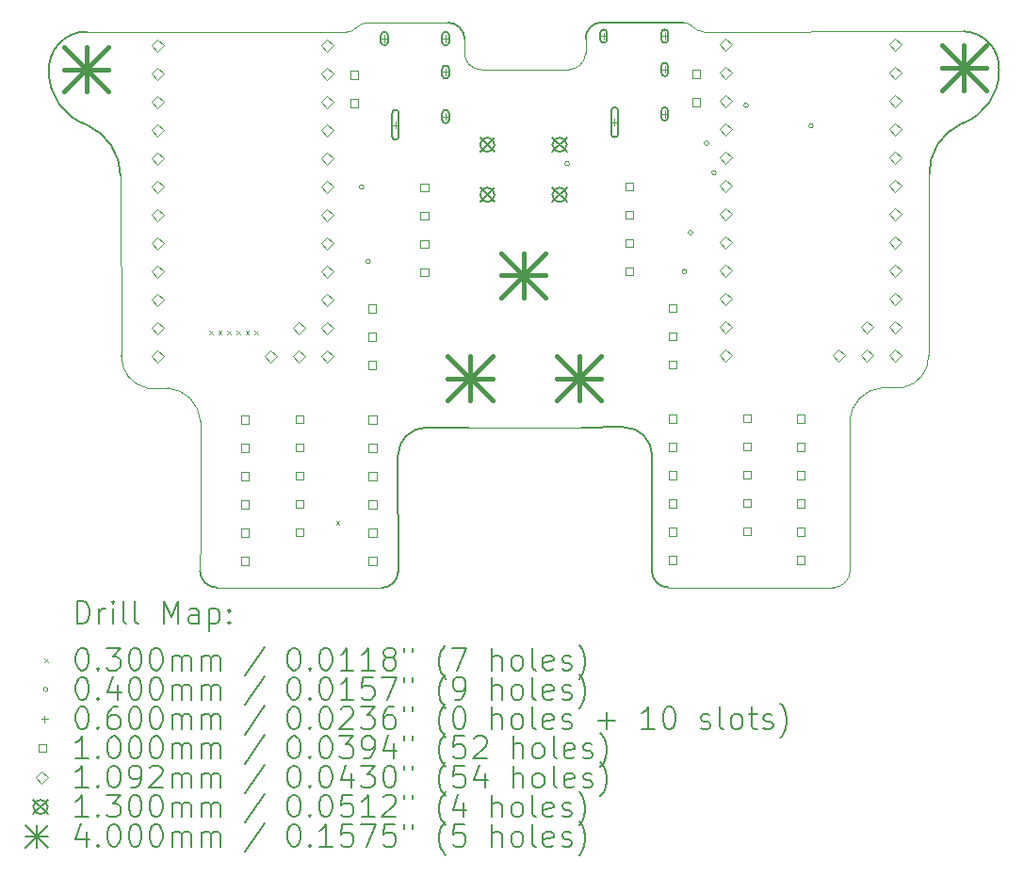
<source format=gbr>
%TF.GenerationSoftware,KiCad,Pcbnew,7.0.7*%
%TF.CreationDate,2024-01-26T01:18:23+08:00*%
%TF.ProjectId,adapter,61646170-7465-4722-9e6b-696361645f70,rev?*%
%TF.SameCoordinates,Original*%
%TF.FileFunction,Drillmap*%
%TF.FilePolarity,Positive*%
%FSLAX45Y45*%
G04 Gerber Fmt 4.5, Leading zero omitted, Abs format (unit mm)*
G04 Created by KiCad (PCBNEW 7.0.7) date 2024-01-26 01:18:23*
%MOMM*%
%LPD*%
G01*
G04 APERTURE LIST*
%ADD10C,0.100000*%
%ADD11C,0.200000*%
%ADD12C,0.030000*%
%ADD13C,0.040000*%
%ADD14C,0.060000*%
%ADD15C,0.109220*%
%ADD16C,0.130000*%
%ADD17C,0.400000*%
G04 APERTURE END LIST*
D10*
X20119380Y-12272525D02*
X21129347Y-12269459D01*
X19203727Y-8634018D02*
X19935579Y-8632393D01*
X22934762Y-8713218D02*
X23438762Y-8711218D01*
X17856030Y-8713082D02*
X18332030Y-8717082D01*
X20080581Y-8906110D02*
G75*
G03*
X20231002Y-9056109I149999J-1D01*
G01*
X21018572Y-9053888D02*
G75*
G03*
X21168149Y-8903889I-422J149998D01*
G01*
X21168149Y-8776327D02*
X21168149Y-8903889D01*
X20080579Y-8779393D02*
X20080579Y-8906110D01*
X20231002Y-9056109D02*
X21018572Y-9053889D01*
X23395966Y-13709029D02*
G75*
G03*
X23545939Y-13558966I-26J149999D01*
G01*
X23545807Y-13233451D02*
X23545939Y-13558966D01*
X22330762Y-13709218D02*
X23395966Y-13709027D01*
X18441030Y-13709082D02*
X18914030Y-13712082D01*
X24252000Y-11622952D02*
X24258000Y-9998199D01*
X16996727Y-11626018D02*
X16989083Y-10008063D01*
X23544629Y-12558452D02*
X23542000Y-12212952D01*
X22135001Y-8670951D02*
G75*
G03*
X22231130Y-8714258I94371J81135D01*
G01*
D11*
X24539695Y-9543199D02*
G75*
G03*
X24258000Y-9998199I207357J-443077D01*
G01*
D10*
X17413841Y-11916018D02*
X17226727Y-11916018D01*
X24022000Y-11912952D02*
X23834887Y-11912952D01*
X21912536Y-13709188D02*
X22330762Y-13709218D01*
D11*
X19336192Y-13712252D02*
G75*
G03*
X19483445Y-13567357I1348J145902D01*
G01*
D10*
X17711227Y-13243315D02*
X17704392Y-13561741D01*
X19017597Y-8717324D02*
X18332030Y-8717082D01*
D11*
X21129347Y-12269459D02*
X21512395Y-12268557D01*
X24885100Y-9060952D02*
G75*
G03*
X24565565Y-8710362I-331378J18886D01*
G01*
D10*
X24022001Y-11912955D02*
G75*
G03*
X24252000Y-11622952I-56288J280849D01*
G01*
D11*
X16683163Y-8713429D02*
G75*
G03*
X16345638Y-9070816I57J-338131D01*
G01*
X24539695Y-9543198D02*
G75*
G03*
X24885094Y-9060952I-155253J476012D01*
G01*
X19482333Y-12525623D02*
X19483445Y-13567357D01*
D10*
X17706725Y-12216018D02*
G75*
G03*
X17413841Y-11916018I-319345J-18802D01*
G01*
X17850592Y-13709353D02*
X18441030Y-13709082D01*
X19336192Y-13712254D02*
X18914030Y-13712082D01*
X22135000Y-8670952D02*
G75*
G03*
X22045000Y-8630952I-96908J-96794D01*
G01*
X19017597Y-8717322D02*
G75*
G03*
X19113727Y-8674018I1743J124482D01*
G01*
D11*
X22045000Y-8630952D02*
X21313149Y-8629327D01*
X16345643Y-9070816D02*
G75*
G03*
X16691037Y-9553063I500627J-6254D01*
G01*
D10*
X16996726Y-11626018D02*
G75*
G03*
X17226727Y-11916018I286274J-9162D01*
G01*
X17706727Y-12216018D02*
X17710049Y-12568316D01*
D11*
X21313149Y-8629326D02*
G75*
G03*
X21168149Y-8776327I1984J-146970D01*
G01*
X21765282Y-13564291D02*
X21766395Y-12522557D01*
D10*
X19203727Y-8634018D02*
G75*
G03*
X19113727Y-8674018I6903J-136782D01*
G01*
D11*
X16989081Y-10008063D02*
G75*
G03*
X16691037Y-9553063I-506811J-6867D01*
G01*
X19736333Y-12271623D02*
X20119380Y-12272525D01*
D10*
X16683163Y-8713428D02*
X17856030Y-8713082D01*
D11*
X21765277Y-13564291D02*
G75*
G03*
X21912536Y-13709188I145905J1005D01*
G01*
X21766401Y-12522557D02*
G75*
G03*
X21512395Y-12268557I-254009J-9D01*
G01*
D10*
X23544629Y-12558452D02*
X23545807Y-13233451D01*
X17711227Y-13243315D02*
X17710049Y-12568316D01*
X23834887Y-11912957D02*
G75*
G03*
X23542000Y-12212952I26475J-318819D01*
G01*
X24565565Y-8710362D02*
X23438762Y-8711218D01*
D11*
X17704393Y-13561741D02*
G75*
G03*
X17850592Y-13709353I146227J-1379D01*
G01*
X20080581Y-8779393D02*
G75*
G03*
X19935579Y-8632393I-147001J13D01*
G01*
D10*
X22231130Y-8714258D02*
X22934762Y-8713218D01*
D11*
X19736333Y-12271622D02*
G75*
G03*
X19482333Y-12525623I8J-254008D01*
G01*
D12*
X17786638Y-11400816D02*
X17816638Y-11430816D01*
X17816638Y-11400816D02*
X17786638Y-11430816D01*
X17868238Y-11400816D02*
X17898238Y-11430816D01*
X17898238Y-11400816D02*
X17868238Y-11430816D01*
X17949838Y-11400816D02*
X17979838Y-11430816D01*
X17979838Y-11400816D02*
X17949838Y-11430816D01*
X18031438Y-11400816D02*
X18061438Y-11430816D01*
X18061438Y-11400816D02*
X18031438Y-11430816D01*
X18113038Y-11400816D02*
X18143038Y-11430816D01*
X18143038Y-11400816D02*
X18113038Y-11430816D01*
X18194638Y-11400816D02*
X18224638Y-11430816D01*
X18224638Y-11400816D02*
X18194638Y-11430816D01*
X18925909Y-13112087D02*
X18955909Y-13142087D01*
X18955909Y-13112087D02*
X18925909Y-13142087D01*
D13*
X19175638Y-10108816D02*
G75*
G03*
X19175638Y-10108816I-20000J0D01*
G01*
X19234638Y-10777816D02*
G75*
G03*
X19234638Y-10777816I-20000J0D01*
G01*
X21022770Y-9900230D02*
G75*
G03*
X21022770Y-9900230I-20000J0D01*
G01*
X22077402Y-10867952D02*
G75*
G03*
X22077402Y-10867952I-20000J0D01*
G01*
X22132000Y-10519952D02*
G75*
G03*
X22132000Y-10519952I-20000J0D01*
G01*
X22276000Y-9716952D02*
G75*
G03*
X22276000Y-9716952I-20000J0D01*
G01*
X22342950Y-9980952D02*
G75*
G03*
X22342950Y-9980952I-20000J0D01*
G01*
X22631000Y-9375952D02*
G75*
G03*
X22631000Y-9375952I-20000J0D01*
G01*
X23215000Y-9560952D02*
G75*
G03*
X23215000Y-9560952I-20000J0D01*
G01*
D14*
X19360530Y-8746082D02*
X19360530Y-8806082D01*
X19330530Y-8776082D02*
X19390530Y-8776082D01*
D11*
X19330530Y-8746082D02*
X19330530Y-8806082D01*
X19330530Y-8806082D02*
G75*
G03*
X19390530Y-8806082I30000J0D01*
G01*
X19390530Y-8806082D02*
X19390530Y-8746082D01*
X19390530Y-8746082D02*
G75*
G03*
X19330530Y-8746082I-30000J0D01*
G01*
D14*
X19460530Y-9521082D02*
X19460530Y-9581082D01*
X19430530Y-9551082D02*
X19490530Y-9551082D01*
D11*
X19430530Y-9446082D02*
X19430530Y-9656082D01*
X19430530Y-9656082D02*
G75*
G03*
X19490530Y-9656082I30000J0D01*
G01*
X19490530Y-9656082D02*
X19490530Y-9446082D01*
X19490530Y-9446082D02*
G75*
G03*
X19430530Y-9446082I-30000J0D01*
G01*
D14*
X19910530Y-8746082D02*
X19910530Y-8806082D01*
X19880530Y-8776082D02*
X19940530Y-8776082D01*
D11*
X19880530Y-8746082D02*
X19880530Y-8806082D01*
X19880530Y-8806082D02*
G75*
G03*
X19940530Y-8806082I30000J0D01*
G01*
X19940530Y-8806082D02*
X19940530Y-8746082D01*
X19940530Y-8746082D02*
G75*
G03*
X19880530Y-8746082I-30000J0D01*
G01*
D14*
X19910530Y-9046082D02*
X19910530Y-9106082D01*
X19880530Y-9076082D02*
X19940530Y-9076082D01*
D11*
X19880530Y-9046082D02*
X19880530Y-9106082D01*
X19880530Y-9106082D02*
G75*
G03*
X19940530Y-9106082I30000J0D01*
G01*
X19940530Y-9106082D02*
X19940530Y-9046082D01*
X19940530Y-9046082D02*
G75*
G03*
X19880530Y-9046082I-30000J0D01*
G01*
D14*
X19910530Y-9446082D02*
X19910530Y-9506082D01*
X19880530Y-9476082D02*
X19940530Y-9476082D01*
D11*
X19880530Y-9446082D02*
X19880530Y-9506082D01*
X19880530Y-9506082D02*
G75*
G03*
X19940530Y-9506082I30000J0D01*
G01*
X19940530Y-9506082D02*
X19940530Y-9446082D01*
X19940530Y-9446082D02*
G75*
G03*
X19880530Y-9446082I-30000J0D01*
G01*
D14*
X21330262Y-8723718D02*
X21330262Y-8783718D01*
X21300262Y-8753718D02*
X21360262Y-8753718D01*
D11*
X21300262Y-8723718D02*
X21300262Y-8783718D01*
X21300262Y-8783718D02*
G75*
G03*
X21360262Y-8783718I30000J0D01*
G01*
X21360262Y-8783718D02*
X21360262Y-8723718D01*
X21360262Y-8723718D02*
G75*
G03*
X21300262Y-8723718I-30000J0D01*
G01*
D14*
X21430262Y-9498718D02*
X21430262Y-9558718D01*
X21400262Y-9528718D02*
X21460262Y-9528718D01*
D11*
X21400262Y-9423718D02*
X21400262Y-9633718D01*
X21400262Y-9633718D02*
G75*
G03*
X21460262Y-9633718I30000J0D01*
G01*
X21460262Y-9633718D02*
X21460262Y-9423718D01*
X21460262Y-9423718D02*
G75*
G03*
X21400262Y-9423718I-30000J0D01*
G01*
D14*
X21880262Y-8723718D02*
X21880262Y-8783718D01*
X21850262Y-8753718D02*
X21910262Y-8753718D01*
D11*
X21850262Y-8723718D02*
X21850262Y-8783718D01*
X21850262Y-8783718D02*
G75*
G03*
X21910262Y-8783718I30000J0D01*
G01*
X21910262Y-8783718D02*
X21910262Y-8723718D01*
X21910262Y-8723718D02*
G75*
G03*
X21850262Y-8723718I-30000J0D01*
G01*
D14*
X21880262Y-9023718D02*
X21880262Y-9083718D01*
X21850262Y-9053718D02*
X21910262Y-9053718D01*
D11*
X21850262Y-9023718D02*
X21850262Y-9083718D01*
X21850262Y-9083718D02*
G75*
G03*
X21910262Y-9083718I30000J0D01*
G01*
X21910262Y-9083718D02*
X21910262Y-9023718D01*
X21910262Y-9023718D02*
G75*
G03*
X21850262Y-9023718I-30000J0D01*
G01*
D14*
X21880262Y-9423718D02*
X21880262Y-9483718D01*
X21850262Y-9453718D02*
X21910262Y-9453718D01*
D11*
X21850262Y-9423718D02*
X21850262Y-9483718D01*
X21850262Y-9483718D02*
G75*
G03*
X21910262Y-9483718I30000J0D01*
G01*
X21910262Y-9483718D02*
X21910262Y-9423718D01*
X21910262Y-9423718D02*
G75*
G03*
X21850262Y-9423718I-30000J0D01*
G01*
D10*
X18140713Y-12236172D02*
X18140713Y-12165460D01*
X18070002Y-12165460D01*
X18070002Y-12236172D01*
X18140713Y-12236172D01*
X18140713Y-12490172D02*
X18140713Y-12419460D01*
X18070002Y-12419460D01*
X18070002Y-12490172D01*
X18140713Y-12490172D01*
X18140713Y-12744172D02*
X18140713Y-12673460D01*
X18070002Y-12673460D01*
X18070002Y-12744172D01*
X18140713Y-12744172D01*
X18140713Y-12998172D02*
X18140713Y-12927460D01*
X18070002Y-12927460D01*
X18070002Y-12998172D01*
X18140713Y-12998172D01*
X18140713Y-13252172D02*
X18140713Y-13181460D01*
X18070002Y-13181460D01*
X18070002Y-13252172D01*
X18140713Y-13252172D01*
X18140713Y-13506172D02*
X18140713Y-13435460D01*
X18070002Y-13435460D01*
X18070002Y-13506172D01*
X18140713Y-13506172D01*
X18634047Y-12234172D02*
X18634047Y-12163460D01*
X18563336Y-12163460D01*
X18563336Y-12234172D01*
X18634047Y-12234172D01*
X18634047Y-12488172D02*
X18634047Y-12417460D01*
X18563336Y-12417460D01*
X18563336Y-12488172D01*
X18634047Y-12488172D01*
X18634047Y-12742172D02*
X18634047Y-12671460D01*
X18563336Y-12671460D01*
X18563336Y-12742172D01*
X18634047Y-12742172D01*
X18634047Y-12996172D02*
X18634047Y-12925460D01*
X18563336Y-12925460D01*
X18563336Y-12996172D01*
X18634047Y-12996172D01*
X18634047Y-13250172D02*
X18634047Y-13179460D01*
X18563336Y-13179460D01*
X18563336Y-13250172D01*
X18634047Y-13250172D01*
X19126593Y-9136672D02*
X19126593Y-9065960D01*
X19055882Y-9065960D01*
X19055882Y-9136672D01*
X19126593Y-9136672D01*
X19126593Y-9390672D02*
X19126593Y-9319960D01*
X19055882Y-9319960D01*
X19055882Y-9390672D01*
X19126593Y-9390672D01*
X19282993Y-11238172D02*
X19282993Y-11167460D01*
X19212282Y-11167460D01*
X19212282Y-11238172D01*
X19282993Y-11238172D01*
X19282993Y-11492172D02*
X19282993Y-11421460D01*
X19212282Y-11421460D01*
X19212282Y-11492172D01*
X19282993Y-11492172D01*
X19282993Y-11746172D02*
X19282993Y-11675460D01*
X19212282Y-11675460D01*
X19212282Y-11746172D01*
X19282993Y-11746172D01*
X19289762Y-12236172D02*
X19289762Y-12165460D01*
X19219051Y-12165460D01*
X19219051Y-12236172D01*
X19289762Y-12236172D01*
X19289762Y-12490172D02*
X19289762Y-12419460D01*
X19219051Y-12419460D01*
X19219051Y-12490172D01*
X19289762Y-12490172D01*
X19289762Y-12744172D02*
X19289762Y-12673460D01*
X19219051Y-12673460D01*
X19219051Y-12744172D01*
X19289762Y-12744172D01*
X19289762Y-12998172D02*
X19289762Y-12927460D01*
X19219051Y-12927460D01*
X19219051Y-12998172D01*
X19289762Y-12998172D01*
X19289762Y-13252172D02*
X19289762Y-13181460D01*
X19219051Y-13181460D01*
X19219051Y-13252172D01*
X19289762Y-13252172D01*
X19289762Y-13506172D02*
X19289762Y-13435460D01*
X19219051Y-13435460D01*
X19219051Y-13506172D01*
X19289762Y-13506172D01*
X19755993Y-10151172D02*
X19755993Y-10080460D01*
X19685282Y-10080460D01*
X19685282Y-10151172D01*
X19755993Y-10151172D01*
X19755993Y-10405172D02*
X19755993Y-10334460D01*
X19685282Y-10334460D01*
X19685282Y-10405172D01*
X19755993Y-10405172D01*
X19755993Y-10659172D02*
X19755993Y-10588460D01*
X19685282Y-10588460D01*
X19685282Y-10659172D01*
X19755993Y-10659172D01*
X19755993Y-10913172D02*
X19755993Y-10842460D01*
X19685282Y-10842460D01*
X19685282Y-10913172D01*
X19755993Y-10913172D01*
X21595356Y-10141308D02*
X21595356Y-10070596D01*
X21524644Y-10070596D01*
X21524644Y-10141308D01*
X21595356Y-10141308D01*
X21595356Y-10395308D02*
X21595356Y-10324596D01*
X21524644Y-10324596D01*
X21524644Y-10395308D01*
X21595356Y-10395308D01*
X21595356Y-10649308D02*
X21595356Y-10578596D01*
X21524644Y-10578596D01*
X21524644Y-10649308D01*
X21595356Y-10649308D01*
X21595356Y-10903308D02*
X21595356Y-10832596D01*
X21524644Y-10832596D01*
X21524644Y-10903308D01*
X21595356Y-10903308D01*
X21985356Y-12228308D02*
X21985356Y-12157596D01*
X21914644Y-12157596D01*
X21914644Y-12228308D01*
X21985356Y-12228308D01*
X21985356Y-12482308D02*
X21985356Y-12411596D01*
X21914644Y-12411596D01*
X21914644Y-12482308D01*
X21985356Y-12482308D01*
X21985356Y-12736308D02*
X21985356Y-12665596D01*
X21914644Y-12665596D01*
X21914644Y-12736308D01*
X21985356Y-12736308D01*
X21985356Y-12990308D02*
X21985356Y-12919596D01*
X21914644Y-12919596D01*
X21914644Y-12990308D01*
X21985356Y-12990308D01*
X21985356Y-13244308D02*
X21985356Y-13173596D01*
X21914644Y-13173596D01*
X21914644Y-13244308D01*
X21985356Y-13244308D01*
X21985356Y-13498308D02*
X21985356Y-13427596D01*
X21914644Y-13427596D01*
X21914644Y-13498308D01*
X21985356Y-13498308D01*
X21987356Y-11235808D02*
X21987356Y-11165096D01*
X21916644Y-11165096D01*
X21916644Y-11235808D01*
X21987356Y-11235808D01*
X21987356Y-11489808D02*
X21987356Y-11419096D01*
X21916644Y-11419096D01*
X21916644Y-11489808D01*
X21987356Y-11489808D01*
X21987356Y-11743808D02*
X21987356Y-11673096D01*
X21916644Y-11673096D01*
X21916644Y-11743808D01*
X21987356Y-11743808D01*
X22200356Y-9127808D02*
X22200356Y-9057096D01*
X22129644Y-9057096D01*
X22129644Y-9127808D01*
X22200356Y-9127808D01*
X22200356Y-9381808D02*
X22200356Y-9311096D01*
X22129644Y-9311096D01*
X22129644Y-9381808D01*
X22200356Y-9381808D01*
X22653610Y-12226308D02*
X22653610Y-12155596D01*
X22582898Y-12155596D01*
X22582898Y-12226308D01*
X22653610Y-12226308D01*
X22653610Y-12480308D02*
X22653610Y-12409596D01*
X22582898Y-12409596D01*
X22582898Y-12480308D01*
X22653610Y-12480308D01*
X22653610Y-12734308D02*
X22653610Y-12663596D01*
X22582898Y-12663596D01*
X22582898Y-12734308D01*
X22653610Y-12734308D01*
X22653610Y-12988308D02*
X22653610Y-12917596D01*
X22582898Y-12917596D01*
X22582898Y-12988308D01*
X22653610Y-12988308D01*
X22653610Y-13242308D02*
X22653610Y-13171596D01*
X22582898Y-13171596D01*
X22582898Y-13242308D01*
X22653610Y-13242308D01*
X23139324Y-12228308D02*
X23139324Y-12157596D01*
X23068613Y-12157596D01*
X23068613Y-12228308D01*
X23139324Y-12228308D01*
X23139324Y-12482308D02*
X23139324Y-12411596D01*
X23068613Y-12411596D01*
X23068613Y-12482308D01*
X23139324Y-12482308D01*
X23139324Y-12736308D02*
X23139324Y-12665596D01*
X23068613Y-12665596D01*
X23068613Y-12736308D01*
X23139324Y-12736308D01*
X23139324Y-12990308D02*
X23139324Y-12919596D01*
X23068613Y-12919596D01*
X23068613Y-12990308D01*
X23139324Y-12990308D01*
X23139324Y-13244308D02*
X23139324Y-13173596D01*
X23068613Y-13173596D01*
X23068613Y-13244308D01*
X23139324Y-13244308D01*
X23139324Y-13498308D02*
X23139324Y-13427596D01*
X23068613Y-13427596D01*
X23068613Y-13498308D01*
X23139324Y-13498308D01*
D15*
X17320638Y-8893426D02*
X17375248Y-8838816D01*
X17320638Y-8784206D01*
X17266028Y-8838816D01*
X17320638Y-8893426D01*
X17320638Y-9147426D02*
X17375248Y-9092816D01*
X17320638Y-9038206D01*
X17266028Y-9092816D01*
X17320638Y-9147426D01*
X17320638Y-9401426D02*
X17375248Y-9346816D01*
X17320638Y-9292206D01*
X17266028Y-9346816D01*
X17320638Y-9401426D01*
X17320638Y-9655426D02*
X17375248Y-9600816D01*
X17320638Y-9546206D01*
X17266028Y-9600816D01*
X17320638Y-9655426D01*
X17320638Y-9909426D02*
X17375248Y-9854816D01*
X17320638Y-9800206D01*
X17266028Y-9854816D01*
X17320638Y-9909426D01*
X17320638Y-10163426D02*
X17375248Y-10108816D01*
X17320638Y-10054206D01*
X17266028Y-10108816D01*
X17320638Y-10163426D01*
X17320638Y-10417426D02*
X17375248Y-10362816D01*
X17320638Y-10308206D01*
X17266028Y-10362816D01*
X17320638Y-10417426D01*
X17320638Y-10671426D02*
X17375248Y-10616816D01*
X17320638Y-10562206D01*
X17266028Y-10616816D01*
X17320638Y-10671426D01*
X17320638Y-10925426D02*
X17375248Y-10870816D01*
X17320638Y-10816206D01*
X17266028Y-10870816D01*
X17320638Y-10925426D01*
X17320638Y-11179426D02*
X17375248Y-11124816D01*
X17320638Y-11070206D01*
X17266028Y-11124816D01*
X17320638Y-11179426D01*
X17320638Y-11433426D02*
X17375248Y-11378816D01*
X17320638Y-11324206D01*
X17266028Y-11378816D01*
X17320638Y-11433426D01*
X17320638Y-11687426D02*
X17375248Y-11632816D01*
X17320638Y-11578206D01*
X17266028Y-11632816D01*
X17320638Y-11687426D01*
X18336638Y-11687426D02*
X18391248Y-11632816D01*
X18336638Y-11578206D01*
X18282028Y-11632816D01*
X18336638Y-11687426D01*
X18590638Y-11433426D02*
X18645248Y-11378816D01*
X18590638Y-11324206D01*
X18536028Y-11378816D01*
X18590638Y-11433426D01*
X18590638Y-11687426D02*
X18645248Y-11632816D01*
X18590638Y-11578206D01*
X18536028Y-11632816D01*
X18590638Y-11687426D01*
X18844638Y-8893426D02*
X18899248Y-8838816D01*
X18844638Y-8784206D01*
X18790028Y-8838816D01*
X18844638Y-8893426D01*
X18844638Y-9147426D02*
X18899248Y-9092816D01*
X18844638Y-9038206D01*
X18790028Y-9092816D01*
X18844638Y-9147426D01*
X18844638Y-9401426D02*
X18899248Y-9346816D01*
X18844638Y-9292206D01*
X18790028Y-9346816D01*
X18844638Y-9401426D01*
X18844638Y-9655426D02*
X18899248Y-9600816D01*
X18844638Y-9546206D01*
X18790028Y-9600816D01*
X18844638Y-9655426D01*
X18844638Y-9909426D02*
X18899248Y-9854816D01*
X18844638Y-9800206D01*
X18790028Y-9854816D01*
X18844638Y-9909426D01*
X18844638Y-10163426D02*
X18899248Y-10108816D01*
X18844638Y-10054206D01*
X18790028Y-10108816D01*
X18844638Y-10163426D01*
X18844638Y-10417426D02*
X18899248Y-10362816D01*
X18844638Y-10308206D01*
X18790028Y-10362816D01*
X18844638Y-10417426D01*
X18844638Y-10671426D02*
X18899248Y-10616816D01*
X18844638Y-10562206D01*
X18790028Y-10616816D01*
X18844638Y-10671426D01*
X18844638Y-10925426D02*
X18899248Y-10870816D01*
X18844638Y-10816206D01*
X18790028Y-10870816D01*
X18844638Y-10925426D01*
X18844638Y-11179426D02*
X18899248Y-11124816D01*
X18844638Y-11070206D01*
X18790028Y-11124816D01*
X18844638Y-11179426D01*
X18844638Y-11433426D02*
X18899248Y-11378816D01*
X18844638Y-11324206D01*
X18790028Y-11378816D01*
X18844638Y-11433426D01*
X18844638Y-11687426D02*
X18899248Y-11632816D01*
X18844638Y-11578206D01*
X18790028Y-11632816D01*
X18844638Y-11687426D01*
X22429000Y-8885562D02*
X22483610Y-8830952D01*
X22429000Y-8776342D01*
X22374390Y-8830952D01*
X22429000Y-8885562D01*
X22429000Y-9139562D02*
X22483610Y-9084952D01*
X22429000Y-9030342D01*
X22374390Y-9084952D01*
X22429000Y-9139562D01*
X22429000Y-9393562D02*
X22483610Y-9338952D01*
X22429000Y-9284342D01*
X22374390Y-9338952D01*
X22429000Y-9393562D01*
X22429000Y-9647562D02*
X22483610Y-9592952D01*
X22429000Y-9538342D01*
X22374390Y-9592952D01*
X22429000Y-9647562D01*
X22429000Y-9901562D02*
X22483610Y-9846952D01*
X22429000Y-9792342D01*
X22374390Y-9846952D01*
X22429000Y-9901562D01*
X22429000Y-10155562D02*
X22483610Y-10100952D01*
X22429000Y-10046342D01*
X22374390Y-10100952D01*
X22429000Y-10155562D01*
X22429000Y-10409562D02*
X22483610Y-10354952D01*
X22429000Y-10300342D01*
X22374390Y-10354952D01*
X22429000Y-10409562D01*
X22429000Y-10663562D02*
X22483610Y-10608952D01*
X22429000Y-10554342D01*
X22374390Y-10608952D01*
X22429000Y-10663562D01*
X22429000Y-10917562D02*
X22483610Y-10862952D01*
X22429000Y-10808342D01*
X22374390Y-10862952D01*
X22429000Y-10917562D01*
X22429000Y-11171562D02*
X22483610Y-11116952D01*
X22429000Y-11062342D01*
X22374390Y-11116952D01*
X22429000Y-11171562D01*
X22429000Y-11425562D02*
X22483610Y-11370952D01*
X22429000Y-11316342D01*
X22374390Y-11370952D01*
X22429000Y-11425562D01*
X22429000Y-11679562D02*
X22483610Y-11624952D01*
X22429000Y-11570342D01*
X22374390Y-11624952D01*
X22429000Y-11679562D01*
X23445000Y-11679562D02*
X23499610Y-11624952D01*
X23445000Y-11570342D01*
X23390390Y-11624952D01*
X23445000Y-11679562D01*
X23699000Y-11425562D02*
X23753610Y-11370952D01*
X23699000Y-11316342D01*
X23644390Y-11370952D01*
X23699000Y-11425562D01*
X23699000Y-11679562D02*
X23753610Y-11624952D01*
X23699000Y-11570342D01*
X23644390Y-11624952D01*
X23699000Y-11679562D01*
X23953000Y-8885562D02*
X24007610Y-8830952D01*
X23953000Y-8776342D01*
X23898390Y-8830952D01*
X23953000Y-8885562D01*
X23953000Y-9139562D02*
X24007610Y-9084952D01*
X23953000Y-9030342D01*
X23898390Y-9084952D01*
X23953000Y-9139562D01*
X23953000Y-9393562D02*
X24007610Y-9338952D01*
X23953000Y-9284342D01*
X23898390Y-9338952D01*
X23953000Y-9393562D01*
X23953000Y-9647562D02*
X24007610Y-9592952D01*
X23953000Y-9538342D01*
X23898390Y-9592952D01*
X23953000Y-9647562D01*
X23953000Y-9901562D02*
X24007610Y-9846952D01*
X23953000Y-9792342D01*
X23898390Y-9846952D01*
X23953000Y-9901562D01*
X23953000Y-10155562D02*
X24007610Y-10100952D01*
X23953000Y-10046342D01*
X23898390Y-10100952D01*
X23953000Y-10155562D01*
X23953000Y-10409562D02*
X24007610Y-10354952D01*
X23953000Y-10300342D01*
X23898390Y-10354952D01*
X23953000Y-10409562D01*
X23953000Y-10663562D02*
X24007610Y-10608952D01*
X23953000Y-10554342D01*
X23898390Y-10608952D01*
X23953000Y-10663562D01*
X23953000Y-10917562D02*
X24007610Y-10862952D01*
X23953000Y-10808342D01*
X23898390Y-10862952D01*
X23953000Y-10917562D01*
X23953000Y-11171562D02*
X24007610Y-11116952D01*
X23953000Y-11062342D01*
X23898390Y-11116952D01*
X23953000Y-11171562D01*
X23953000Y-11425562D02*
X24007610Y-11370952D01*
X23953000Y-11316342D01*
X23898390Y-11370952D01*
X23953000Y-11425562D01*
X23953000Y-11679562D02*
X24007610Y-11624952D01*
X23953000Y-11570342D01*
X23898390Y-11624952D01*
X23953000Y-11679562D01*
D16*
X20220000Y-9665000D02*
X20350000Y-9795000D01*
X20350000Y-9665000D02*
X20220000Y-9795000D01*
X20350000Y-9730000D02*
G75*
G03*
X20350000Y-9730000I-65000J0D01*
G01*
X20220000Y-10115000D02*
X20350000Y-10245000D01*
X20350000Y-10115000D02*
X20220000Y-10245000D01*
X20350000Y-10180000D02*
G75*
G03*
X20350000Y-10180000I-65000J0D01*
G01*
X20870000Y-9665000D02*
X21000000Y-9795000D01*
X21000000Y-9665000D02*
X20870000Y-9795000D01*
X21000000Y-9730000D02*
G75*
G03*
X21000000Y-9730000I-65000J0D01*
G01*
X20870000Y-10115000D02*
X21000000Y-10245000D01*
X21000000Y-10115000D02*
X20870000Y-10245000D01*
X21000000Y-10180000D02*
G75*
G03*
X21000000Y-10180000I-65000J0D01*
G01*
D17*
X16481030Y-8854082D02*
X16881030Y-9254082D01*
X16881030Y-8854082D02*
X16481030Y-9254082D01*
X16681030Y-8854082D02*
X16681030Y-9254082D01*
X16481030Y-9054082D02*
X16881030Y-9054082D01*
X19931030Y-11629082D02*
X20331030Y-12029082D01*
X20331030Y-11629082D02*
X19931030Y-12029082D01*
X20131030Y-11629082D02*
X20131030Y-12029082D01*
X19931030Y-11829082D02*
X20331030Y-11829082D01*
X20410000Y-10705000D02*
X20810000Y-11105000D01*
X20810000Y-10705000D02*
X20410000Y-11105000D01*
X20610000Y-10705000D02*
X20610000Y-11105000D01*
X20410000Y-10905000D02*
X20810000Y-10905000D01*
X20911262Y-11629218D02*
X21311262Y-12029218D01*
X21311262Y-11629218D02*
X20911262Y-12029218D01*
X21111262Y-11629218D02*
X21111262Y-12029218D01*
X20911262Y-11829218D02*
X21311262Y-11829218D01*
X24368762Y-8839218D02*
X24768762Y-9239218D01*
X24768762Y-8839218D02*
X24368762Y-9239218D01*
X24568762Y-8839218D02*
X24568762Y-9239218D01*
X24368762Y-9039218D02*
X24768762Y-9039218D01*
D11*
X16595866Y-14033742D02*
X16595866Y-13833742D01*
X16595866Y-13833742D02*
X16643485Y-13833742D01*
X16643485Y-13833742D02*
X16672056Y-13843266D01*
X16672056Y-13843266D02*
X16691104Y-13862314D01*
X16691104Y-13862314D02*
X16700628Y-13881361D01*
X16700628Y-13881361D02*
X16710151Y-13919456D01*
X16710151Y-13919456D02*
X16710151Y-13948028D01*
X16710151Y-13948028D02*
X16700628Y-13986123D01*
X16700628Y-13986123D02*
X16691104Y-14005171D01*
X16691104Y-14005171D02*
X16672056Y-14024218D01*
X16672056Y-14024218D02*
X16643485Y-14033742D01*
X16643485Y-14033742D02*
X16595866Y-14033742D01*
X16795866Y-14033742D02*
X16795866Y-13900409D01*
X16795866Y-13938504D02*
X16805390Y-13919456D01*
X16805390Y-13919456D02*
X16814913Y-13909933D01*
X16814913Y-13909933D02*
X16833961Y-13900409D01*
X16833961Y-13900409D02*
X16853009Y-13900409D01*
X16919675Y-14033742D02*
X16919675Y-13900409D01*
X16919675Y-13833742D02*
X16910151Y-13843266D01*
X16910151Y-13843266D02*
X16919675Y-13852790D01*
X16919675Y-13852790D02*
X16929199Y-13843266D01*
X16929199Y-13843266D02*
X16919675Y-13833742D01*
X16919675Y-13833742D02*
X16919675Y-13852790D01*
X17043485Y-14033742D02*
X17024437Y-14024218D01*
X17024437Y-14024218D02*
X17014913Y-14005171D01*
X17014913Y-14005171D02*
X17014913Y-13833742D01*
X17148247Y-14033742D02*
X17129199Y-14024218D01*
X17129199Y-14024218D02*
X17119675Y-14005171D01*
X17119675Y-14005171D02*
X17119675Y-13833742D01*
X17376818Y-14033742D02*
X17376818Y-13833742D01*
X17376818Y-13833742D02*
X17443485Y-13976599D01*
X17443485Y-13976599D02*
X17510151Y-13833742D01*
X17510151Y-13833742D02*
X17510151Y-14033742D01*
X17691104Y-14033742D02*
X17691104Y-13928980D01*
X17691104Y-13928980D02*
X17681580Y-13909933D01*
X17681580Y-13909933D02*
X17662532Y-13900409D01*
X17662532Y-13900409D02*
X17624437Y-13900409D01*
X17624437Y-13900409D02*
X17605390Y-13909933D01*
X17691104Y-14024218D02*
X17672056Y-14033742D01*
X17672056Y-14033742D02*
X17624437Y-14033742D01*
X17624437Y-14033742D02*
X17605390Y-14024218D01*
X17605390Y-14024218D02*
X17595866Y-14005171D01*
X17595866Y-14005171D02*
X17595866Y-13986123D01*
X17595866Y-13986123D02*
X17605390Y-13967076D01*
X17605390Y-13967076D02*
X17624437Y-13957552D01*
X17624437Y-13957552D02*
X17672056Y-13957552D01*
X17672056Y-13957552D02*
X17691104Y-13948028D01*
X17786342Y-13900409D02*
X17786342Y-14100409D01*
X17786342Y-13909933D02*
X17805390Y-13900409D01*
X17805390Y-13900409D02*
X17843485Y-13900409D01*
X17843485Y-13900409D02*
X17862532Y-13909933D01*
X17862532Y-13909933D02*
X17872056Y-13919456D01*
X17872056Y-13919456D02*
X17881580Y-13938504D01*
X17881580Y-13938504D02*
X17881580Y-13995647D01*
X17881580Y-13995647D02*
X17872056Y-14014695D01*
X17872056Y-14014695D02*
X17862532Y-14024218D01*
X17862532Y-14024218D02*
X17843485Y-14033742D01*
X17843485Y-14033742D02*
X17805390Y-14033742D01*
X17805390Y-14033742D02*
X17786342Y-14024218D01*
X17967294Y-14014695D02*
X17976818Y-14024218D01*
X17976818Y-14024218D02*
X17967294Y-14033742D01*
X17967294Y-14033742D02*
X17957771Y-14024218D01*
X17957771Y-14024218D02*
X17967294Y-14014695D01*
X17967294Y-14014695D02*
X17967294Y-14033742D01*
X17967294Y-13909933D02*
X17976818Y-13919456D01*
X17976818Y-13919456D02*
X17967294Y-13928980D01*
X17967294Y-13928980D02*
X17957771Y-13919456D01*
X17957771Y-13919456D02*
X17967294Y-13909933D01*
X17967294Y-13909933D02*
X17967294Y-13928980D01*
D12*
X16305089Y-14347258D02*
X16335089Y-14377258D01*
X16335089Y-14347258D02*
X16305089Y-14377258D01*
D11*
X16633961Y-14253742D02*
X16653009Y-14253742D01*
X16653009Y-14253742D02*
X16672056Y-14263266D01*
X16672056Y-14263266D02*
X16681580Y-14272790D01*
X16681580Y-14272790D02*
X16691104Y-14291837D01*
X16691104Y-14291837D02*
X16700628Y-14329933D01*
X16700628Y-14329933D02*
X16700628Y-14377552D01*
X16700628Y-14377552D02*
X16691104Y-14415647D01*
X16691104Y-14415647D02*
X16681580Y-14434695D01*
X16681580Y-14434695D02*
X16672056Y-14444218D01*
X16672056Y-14444218D02*
X16653009Y-14453742D01*
X16653009Y-14453742D02*
X16633961Y-14453742D01*
X16633961Y-14453742D02*
X16614913Y-14444218D01*
X16614913Y-14444218D02*
X16605389Y-14434695D01*
X16605389Y-14434695D02*
X16595866Y-14415647D01*
X16595866Y-14415647D02*
X16586342Y-14377552D01*
X16586342Y-14377552D02*
X16586342Y-14329933D01*
X16586342Y-14329933D02*
X16595866Y-14291837D01*
X16595866Y-14291837D02*
X16605389Y-14272790D01*
X16605389Y-14272790D02*
X16614913Y-14263266D01*
X16614913Y-14263266D02*
X16633961Y-14253742D01*
X16786342Y-14434695D02*
X16795866Y-14444218D01*
X16795866Y-14444218D02*
X16786342Y-14453742D01*
X16786342Y-14453742D02*
X16776818Y-14444218D01*
X16776818Y-14444218D02*
X16786342Y-14434695D01*
X16786342Y-14434695D02*
X16786342Y-14453742D01*
X16862532Y-14253742D02*
X16986342Y-14253742D01*
X16986342Y-14253742D02*
X16919675Y-14329933D01*
X16919675Y-14329933D02*
X16948247Y-14329933D01*
X16948247Y-14329933D02*
X16967294Y-14339456D01*
X16967294Y-14339456D02*
X16976818Y-14348980D01*
X16976818Y-14348980D02*
X16986342Y-14368028D01*
X16986342Y-14368028D02*
X16986342Y-14415647D01*
X16986342Y-14415647D02*
X16976818Y-14434695D01*
X16976818Y-14434695D02*
X16967294Y-14444218D01*
X16967294Y-14444218D02*
X16948247Y-14453742D01*
X16948247Y-14453742D02*
X16891104Y-14453742D01*
X16891104Y-14453742D02*
X16872056Y-14444218D01*
X16872056Y-14444218D02*
X16862532Y-14434695D01*
X17110151Y-14253742D02*
X17129199Y-14253742D01*
X17129199Y-14253742D02*
X17148247Y-14263266D01*
X17148247Y-14263266D02*
X17157771Y-14272790D01*
X17157771Y-14272790D02*
X17167294Y-14291837D01*
X17167294Y-14291837D02*
X17176818Y-14329933D01*
X17176818Y-14329933D02*
X17176818Y-14377552D01*
X17176818Y-14377552D02*
X17167294Y-14415647D01*
X17167294Y-14415647D02*
X17157771Y-14434695D01*
X17157771Y-14434695D02*
X17148247Y-14444218D01*
X17148247Y-14444218D02*
X17129199Y-14453742D01*
X17129199Y-14453742D02*
X17110151Y-14453742D01*
X17110151Y-14453742D02*
X17091104Y-14444218D01*
X17091104Y-14444218D02*
X17081580Y-14434695D01*
X17081580Y-14434695D02*
X17072056Y-14415647D01*
X17072056Y-14415647D02*
X17062532Y-14377552D01*
X17062532Y-14377552D02*
X17062532Y-14329933D01*
X17062532Y-14329933D02*
X17072056Y-14291837D01*
X17072056Y-14291837D02*
X17081580Y-14272790D01*
X17081580Y-14272790D02*
X17091104Y-14263266D01*
X17091104Y-14263266D02*
X17110151Y-14253742D01*
X17300628Y-14253742D02*
X17319675Y-14253742D01*
X17319675Y-14253742D02*
X17338723Y-14263266D01*
X17338723Y-14263266D02*
X17348247Y-14272790D01*
X17348247Y-14272790D02*
X17357771Y-14291837D01*
X17357771Y-14291837D02*
X17367294Y-14329933D01*
X17367294Y-14329933D02*
X17367294Y-14377552D01*
X17367294Y-14377552D02*
X17357771Y-14415647D01*
X17357771Y-14415647D02*
X17348247Y-14434695D01*
X17348247Y-14434695D02*
X17338723Y-14444218D01*
X17338723Y-14444218D02*
X17319675Y-14453742D01*
X17319675Y-14453742D02*
X17300628Y-14453742D01*
X17300628Y-14453742D02*
X17281580Y-14444218D01*
X17281580Y-14444218D02*
X17272056Y-14434695D01*
X17272056Y-14434695D02*
X17262532Y-14415647D01*
X17262532Y-14415647D02*
X17253009Y-14377552D01*
X17253009Y-14377552D02*
X17253009Y-14329933D01*
X17253009Y-14329933D02*
X17262532Y-14291837D01*
X17262532Y-14291837D02*
X17272056Y-14272790D01*
X17272056Y-14272790D02*
X17281580Y-14263266D01*
X17281580Y-14263266D02*
X17300628Y-14253742D01*
X17453009Y-14453742D02*
X17453009Y-14320409D01*
X17453009Y-14339456D02*
X17462532Y-14329933D01*
X17462532Y-14329933D02*
X17481580Y-14320409D01*
X17481580Y-14320409D02*
X17510152Y-14320409D01*
X17510152Y-14320409D02*
X17529199Y-14329933D01*
X17529199Y-14329933D02*
X17538723Y-14348980D01*
X17538723Y-14348980D02*
X17538723Y-14453742D01*
X17538723Y-14348980D02*
X17548247Y-14329933D01*
X17548247Y-14329933D02*
X17567294Y-14320409D01*
X17567294Y-14320409D02*
X17595866Y-14320409D01*
X17595866Y-14320409D02*
X17614913Y-14329933D01*
X17614913Y-14329933D02*
X17624437Y-14348980D01*
X17624437Y-14348980D02*
X17624437Y-14453742D01*
X17719675Y-14453742D02*
X17719675Y-14320409D01*
X17719675Y-14339456D02*
X17729199Y-14329933D01*
X17729199Y-14329933D02*
X17748247Y-14320409D01*
X17748247Y-14320409D02*
X17776818Y-14320409D01*
X17776818Y-14320409D02*
X17795866Y-14329933D01*
X17795866Y-14329933D02*
X17805390Y-14348980D01*
X17805390Y-14348980D02*
X17805390Y-14453742D01*
X17805390Y-14348980D02*
X17814913Y-14329933D01*
X17814913Y-14329933D02*
X17833961Y-14320409D01*
X17833961Y-14320409D02*
X17862532Y-14320409D01*
X17862532Y-14320409D02*
X17881580Y-14329933D01*
X17881580Y-14329933D02*
X17891104Y-14348980D01*
X17891104Y-14348980D02*
X17891104Y-14453742D01*
X18281580Y-14244218D02*
X18110152Y-14501361D01*
X18538723Y-14253742D02*
X18557771Y-14253742D01*
X18557771Y-14253742D02*
X18576818Y-14263266D01*
X18576818Y-14263266D02*
X18586342Y-14272790D01*
X18586342Y-14272790D02*
X18595866Y-14291837D01*
X18595866Y-14291837D02*
X18605390Y-14329933D01*
X18605390Y-14329933D02*
X18605390Y-14377552D01*
X18605390Y-14377552D02*
X18595866Y-14415647D01*
X18595866Y-14415647D02*
X18586342Y-14434695D01*
X18586342Y-14434695D02*
X18576818Y-14444218D01*
X18576818Y-14444218D02*
X18557771Y-14453742D01*
X18557771Y-14453742D02*
X18538723Y-14453742D01*
X18538723Y-14453742D02*
X18519675Y-14444218D01*
X18519675Y-14444218D02*
X18510152Y-14434695D01*
X18510152Y-14434695D02*
X18500628Y-14415647D01*
X18500628Y-14415647D02*
X18491104Y-14377552D01*
X18491104Y-14377552D02*
X18491104Y-14329933D01*
X18491104Y-14329933D02*
X18500628Y-14291837D01*
X18500628Y-14291837D02*
X18510152Y-14272790D01*
X18510152Y-14272790D02*
X18519675Y-14263266D01*
X18519675Y-14263266D02*
X18538723Y-14253742D01*
X18691104Y-14434695D02*
X18700628Y-14444218D01*
X18700628Y-14444218D02*
X18691104Y-14453742D01*
X18691104Y-14453742D02*
X18681580Y-14444218D01*
X18681580Y-14444218D02*
X18691104Y-14434695D01*
X18691104Y-14434695D02*
X18691104Y-14453742D01*
X18824437Y-14253742D02*
X18843485Y-14253742D01*
X18843485Y-14253742D02*
X18862533Y-14263266D01*
X18862533Y-14263266D02*
X18872056Y-14272790D01*
X18872056Y-14272790D02*
X18881580Y-14291837D01*
X18881580Y-14291837D02*
X18891104Y-14329933D01*
X18891104Y-14329933D02*
X18891104Y-14377552D01*
X18891104Y-14377552D02*
X18881580Y-14415647D01*
X18881580Y-14415647D02*
X18872056Y-14434695D01*
X18872056Y-14434695D02*
X18862533Y-14444218D01*
X18862533Y-14444218D02*
X18843485Y-14453742D01*
X18843485Y-14453742D02*
X18824437Y-14453742D01*
X18824437Y-14453742D02*
X18805390Y-14444218D01*
X18805390Y-14444218D02*
X18795866Y-14434695D01*
X18795866Y-14434695D02*
X18786342Y-14415647D01*
X18786342Y-14415647D02*
X18776818Y-14377552D01*
X18776818Y-14377552D02*
X18776818Y-14329933D01*
X18776818Y-14329933D02*
X18786342Y-14291837D01*
X18786342Y-14291837D02*
X18795866Y-14272790D01*
X18795866Y-14272790D02*
X18805390Y-14263266D01*
X18805390Y-14263266D02*
X18824437Y-14253742D01*
X19081580Y-14453742D02*
X18967295Y-14453742D01*
X19024437Y-14453742D02*
X19024437Y-14253742D01*
X19024437Y-14253742D02*
X19005390Y-14282314D01*
X19005390Y-14282314D02*
X18986342Y-14301361D01*
X18986342Y-14301361D02*
X18967295Y-14310885D01*
X19272056Y-14453742D02*
X19157771Y-14453742D01*
X19214914Y-14453742D02*
X19214914Y-14253742D01*
X19214914Y-14253742D02*
X19195866Y-14282314D01*
X19195866Y-14282314D02*
X19176818Y-14301361D01*
X19176818Y-14301361D02*
X19157771Y-14310885D01*
X19386342Y-14339456D02*
X19367295Y-14329933D01*
X19367295Y-14329933D02*
X19357771Y-14320409D01*
X19357771Y-14320409D02*
X19348247Y-14301361D01*
X19348247Y-14301361D02*
X19348247Y-14291837D01*
X19348247Y-14291837D02*
X19357771Y-14272790D01*
X19357771Y-14272790D02*
X19367295Y-14263266D01*
X19367295Y-14263266D02*
X19386342Y-14253742D01*
X19386342Y-14253742D02*
X19424437Y-14253742D01*
X19424437Y-14253742D02*
X19443485Y-14263266D01*
X19443485Y-14263266D02*
X19453009Y-14272790D01*
X19453009Y-14272790D02*
X19462533Y-14291837D01*
X19462533Y-14291837D02*
X19462533Y-14301361D01*
X19462533Y-14301361D02*
X19453009Y-14320409D01*
X19453009Y-14320409D02*
X19443485Y-14329933D01*
X19443485Y-14329933D02*
X19424437Y-14339456D01*
X19424437Y-14339456D02*
X19386342Y-14339456D01*
X19386342Y-14339456D02*
X19367295Y-14348980D01*
X19367295Y-14348980D02*
X19357771Y-14358504D01*
X19357771Y-14358504D02*
X19348247Y-14377552D01*
X19348247Y-14377552D02*
X19348247Y-14415647D01*
X19348247Y-14415647D02*
X19357771Y-14434695D01*
X19357771Y-14434695D02*
X19367295Y-14444218D01*
X19367295Y-14444218D02*
X19386342Y-14453742D01*
X19386342Y-14453742D02*
X19424437Y-14453742D01*
X19424437Y-14453742D02*
X19443485Y-14444218D01*
X19443485Y-14444218D02*
X19453009Y-14434695D01*
X19453009Y-14434695D02*
X19462533Y-14415647D01*
X19462533Y-14415647D02*
X19462533Y-14377552D01*
X19462533Y-14377552D02*
X19453009Y-14358504D01*
X19453009Y-14358504D02*
X19443485Y-14348980D01*
X19443485Y-14348980D02*
X19424437Y-14339456D01*
X19538723Y-14253742D02*
X19538723Y-14291837D01*
X19614914Y-14253742D02*
X19614914Y-14291837D01*
X19910152Y-14529933D02*
X19900628Y-14520409D01*
X19900628Y-14520409D02*
X19881580Y-14491837D01*
X19881580Y-14491837D02*
X19872057Y-14472790D01*
X19872057Y-14472790D02*
X19862533Y-14444218D01*
X19862533Y-14444218D02*
X19853009Y-14396599D01*
X19853009Y-14396599D02*
X19853009Y-14358504D01*
X19853009Y-14358504D02*
X19862533Y-14310885D01*
X19862533Y-14310885D02*
X19872057Y-14282314D01*
X19872057Y-14282314D02*
X19881580Y-14263266D01*
X19881580Y-14263266D02*
X19900628Y-14234695D01*
X19900628Y-14234695D02*
X19910152Y-14225171D01*
X19967295Y-14253742D02*
X20100628Y-14253742D01*
X20100628Y-14253742D02*
X20014914Y-14453742D01*
X20329199Y-14453742D02*
X20329199Y-14253742D01*
X20414914Y-14453742D02*
X20414914Y-14348980D01*
X20414914Y-14348980D02*
X20405390Y-14329933D01*
X20405390Y-14329933D02*
X20386342Y-14320409D01*
X20386342Y-14320409D02*
X20357771Y-14320409D01*
X20357771Y-14320409D02*
X20338723Y-14329933D01*
X20338723Y-14329933D02*
X20329199Y-14339456D01*
X20538723Y-14453742D02*
X20519676Y-14444218D01*
X20519676Y-14444218D02*
X20510152Y-14434695D01*
X20510152Y-14434695D02*
X20500628Y-14415647D01*
X20500628Y-14415647D02*
X20500628Y-14358504D01*
X20500628Y-14358504D02*
X20510152Y-14339456D01*
X20510152Y-14339456D02*
X20519676Y-14329933D01*
X20519676Y-14329933D02*
X20538723Y-14320409D01*
X20538723Y-14320409D02*
X20567295Y-14320409D01*
X20567295Y-14320409D02*
X20586342Y-14329933D01*
X20586342Y-14329933D02*
X20595866Y-14339456D01*
X20595866Y-14339456D02*
X20605390Y-14358504D01*
X20605390Y-14358504D02*
X20605390Y-14415647D01*
X20605390Y-14415647D02*
X20595866Y-14434695D01*
X20595866Y-14434695D02*
X20586342Y-14444218D01*
X20586342Y-14444218D02*
X20567295Y-14453742D01*
X20567295Y-14453742D02*
X20538723Y-14453742D01*
X20719676Y-14453742D02*
X20700628Y-14444218D01*
X20700628Y-14444218D02*
X20691104Y-14425171D01*
X20691104Y-14425171D02*
X20691104Y-14253742D01*
X20872057Y-14444218D02*
X20853009Y-14453742D01*
X20853009Y-14453742D02*
X20814914Y-14453742D01*
X20814914Y-14453742D02*
X20795866Y-14444218D01*
X20795866Y-14444218D02*
X20786342Y-14425171D01*
X20786342Y-14425171D02*
X20786342Y-14348980D01*
X20786342Y-14348980D02*
X20795866Y-14329933D01*
X20795866Y-14329933D02*
X20814914Y-14320409D01*
X20814914Y-14320409D02*
X20853009Y-14320409D01*
X20853009Y-14320409D02*
X20872057Y-14329933D01*
X20872057Y-14329933D02*
X20881580Y-14348980D01*
X20881580Y-14348980D02*
X20881580Y-14368028D01*
X20881580Y-14368028D02*
X20786342Y-14387076D01*
X20957771Y-14444218D02*
X20976819Y-14453742D01*
X20976819Y-14453742D02*
X21014914Y-14453742D01*
X21014914Y-14453742D02*
X21033961Y-14444218D01*
X21033961Y-14444218D02*
X21043485Y-14425171D01*
X21043485Y-14425171D02*
X21043485Y-14415647D01*
X21043485Y-14415647D02*
X21033961Y-14396599D01*
X21033961Y-14396599D02*
X21014914Y-14387076D01*
X21014914Y-14387076D02*
X20986342Y-14387076D01*
X20986342Y-14387076D02*
X20967295Y-14377552D01*
X20967295Y-14377552D02*
X20957771Y-14358504D01*
X20957771Y-14358504D02*
X20957771Y-14348980D01*
X20957771Y-14348980D02*
X20967295Y-14329933D01*
X20967295Y-14329933D02*
X20986342Y-14320409D01*
X20986342Y-14320409D02*
X21014914Y-14320409D01*
X21014914Y-14320409D02*
X21033961Y-14329933D01*
X21110152Y-14529933D02*
X21119676Y-14520409D01*
X21119676Y-14520409D02*
X21138723Y-14491837D01*
X21138723Y-14491837D02*
X21148247Y-14472790D01*
X21148247Y-14472790D02*
X21157771Y-14444218D01*
X21157771Y-14444218D02*
X21167295Y-14396599D01*
X21167295Y-14396599D02*
X21167295Y-14358504D01*
X21167295Y-14358504D02*
X21157771Y-14310885D01*
X21157771Y-14310885D02*
X21148247Y-14282314D01*
X21148247Y-14282314D02*
X21138723Y-14263266D01*
X21138723Y-14263266D02*
X21119676Y-14234695D01*
X21119676Y-14234695D02*
X21110152Y-14225171D01*
D13*
X16335089Y-14626258D02*
G75*
G03*
X16335089Y-14626258I-20000J0D01*
G01*
D11*
X16633961Y-14517742D02*
X16653009Y-14517742D01*
X16653009Y-14517742D02*
X16672056Y-14527266D01*
X16672056Y-14527266D02*
X16681580Y-14536790D01*
X16681580Y-14536790D02*
X16691104Y-14555837D01*
X16691104Y-14555837D02*
X16700628Y-14593933D01*
X16700628Y-14593933D02*
X16700628Y-14641552D01*
X16700628Y-14641552D02*
X16691104Y-14679647D01*
X16691104Y-14679647D02*
X16681580Y-14698695D01*
X16681580Y-14698695D02*
X16672056Y-14708218D01*
X16672056Y-14708218D02*
X16653009Y-14717742D01*
X16653009Y-14717742D02*
X16633961Y-14717742D01*
X16633961Y-14717742D02*
X16614913Y-14708218D01*
X16614913Y-14708218D02*
X16605389Y-14698695D01*
X16605389Y-14698695D02*
X16595866Y-14679647D01*
X16595866Y-14679647D02*
X16586342Y-14641552D01*
X16586342Y-14641552D02*
X16586342Y-14593933D01*
X16586342Y-14593933D02*
X16595866Y-14555837D01*
X16595866Y-14555837D02*
X16605389Y-14536790D01*
X16605389Y-14536790D02*
X16614913Y-14527266D01*
X16614913Y-14527266D02*
X16633961Y-14517742D01*
X16786342Y-14698695D02*
X16795866Y-14708218D01*
X16795866Y-14708218D02*
X16786342Y-14717742D01*
X16786342Y-14717742D02*
X16776818Y-14708218D01*
X16776818Y-14708218D02*
X16786342Y-14698695D01*
X16786342Y-14698695D02*
X16786342Y-14717742D01*
X16967294Y-14584409D02*
X16967294Y-14717742D01*
X16919675Y-14508218D02*
X16872056Y-14651076D01*
X16872056Y-14651076D02*
X16995866Y-14651076D01*
X17110151Y-14517742D02*
X17129199Y-14517742D01*
X17129199Y-14517742D02*
X17148247Y-14527266D01*
X17148247Y-14527266D02*
X17157771Y-14536790D01*
X17157771Y-14536790D02*
X17167294Y-14555837D01*
X17167294Y-14555837D02*
X17176818Y-14593933D01*
X17176818Y-14593933D02*
X17176818Y-14641552D01*
X17176818Y-14641552D02*
X17167294Y-14679647D01*
X17167294Y-14679647D02*
X17157771Y-14698695D01*
X17157771Y-14698695D02*
X17148247Y-14708218D01*
X17148247Y-14708218D02*
X17129199Y-14717742D01*
X17129199Y-14717742D02*
X17110151Y-14717742D01*
X17110151Y-14717742D02*
X17091104Y-14708218D01*
X17091104Y-14708218D02*
X17081580Y-14698695D01*
X17081580Y-14698695D02*
X17072056Y-14679647D01*
X17072056Y-14679647D02*
X17062532Y-14641552D01*
X17062532Y-14641552D02*
X17062532Y-14593933D01*
X17062532Y-14593933D02*
X17072056Y-14555837D01*
X17072056Y-14555837D02*
X17081580Y-14536790D01*
X17081580Y-14536790D02*
X17091104Y-14527266D01*
X17091104Y-14527266D02*
X17110151Y-14517742D01*
X17300628Y-14517742D02*
X17319675Y-14517742D01*
X17319675Y-14517742D02*
X17338723Y-14527266D01*
X17338723Y-14527266D02*
X17348247Y-14536790D01*
X17348247Y-14536790D02*
X17357771Y-14555837D01*
X17357771Y-14555837D02*
X17367294Y-14593933D01*
X17367294Y-14593933D02*
X17367294Y-14641552D01*
X17367294Y-14641552D02*
X17357771Y-14679647D01*
X17357771Y-14679647D02*
X17348247Y-14698695D01*
X17348247Y-14698695D02*
X17338723Y-14708218D01*
X17338723Y-14708218D02*
X17319675Y-14717742D01*
X17319675Y-14717742D02*
X17300628Y-14717742D01*
X17300628Y-14717742D02*
X17281580Y-14708218D01*
X17281580Y-14708218D02*
X17272056Y-14698695D01*
X17272056Y-14698695D02*
X17262532Y-14679647D01*
X17262532Y-14679647D02*
X17253009Y-14641552D01*
X17253009Y-14641552D02*
X17253009Y-14593933D01*
X17253009Y-14593933D02*
X17262532Y-14555837D01*
X17262532Y-14555837D02*
X17272056Y-14536790D01*
X17272056Y-14536790D02*
X17281580Y-14527266D01*
X17281580Y-14527266D02*
X17300628Y-14517742D01*
X17453009Y-14717742D02*
X17453009Y-14584409D01*
X17453009Y-14603456D02*
X17462532Y-14593933D01*
X17462532Y-14593933D02*
X17481580Y-14584409D01*
X17481580Y-14584409D02*
X17510152Y-14584409D01*
X17510152Y-14584409D02*
X17529199Y-14593933D01*
X17529199Y-14593933D02*
X17538723Y-14612980D01*
X17538723Y-14612980D02*
X17538723Y-14717742D01*
X17538723Y-14612980D02*
X17548247Y-14593933D01*
X17548247Y-14593933D02*
X17567294Y-14584409D01*
X17567294Y-14584409D02*
X17595866Y-14584409D01*
X17595866Y-14584409D02*
X17614913Y-14593933D01*
X17614913Y-14593933D02*
X17624437Y-14612980D01*
X17624437Y-14612980D02*
X17624437Y-14717742D01*
X17719675Y-14717742D02*
X17719675Y-14584409D01*
X17719675Y-14603456D02*
X17729199Y-14593933D01*
X17729199Y-14593933D02*
X17748247Y-14584409D01*
X17748247Y-14584409D02*
X17776818Y-14584409D01*
X17776818Y-14584409D02*
X17795866Y-14593933D01*
X17795866Y-14593933D02*
X17805390Y-14612980D01*
X17805390Y-14612980D02*
X17805390Y-14717742D01*
X17805390Y-14612980D02*
X17814913Y-14593933D01*
X17814913Y-14593933D02*
X17833961Y-14584409D01*
X17833961Y-14584409D02*
X17862532Y-14584409D01*
X17862532Y-14584409D02*
X17881580Y-14593933D01*
X17881580Y-14593933D02*
X17891104Y-14612980D01*
X17891104Y-14612980D02*
X17891104Y-14717742D01*
X18281580Y-14508218D02*
X18110152Y-14765361D01*
X18538723Y-14517742D02*
X18557771Y-14517742D01*
X18557771Y-14517742D02*
X18576818Y-14527266D01*
X18576818Y-14527266D02*
X18586342Y-14536790D01*
X18586342Y-14536790D02*
X18595866Y-14555837D01*
X18595866Y-14555837D02*
X18605390Y-14593933D01*
X18605390Y-14593933D02*
X18605390Y-14641552D01*
X18605390Y-14641552D02*
X18595866Y-14679647D01*
X18595866Y-14679647D02*
X18586342Y-14698695D01*
X18586342Y-14698695D02*
X18576818Y-14708218D01*
X18576818Y-14708218D02*
X18557771Y-14717742D01*
X18557771Y-14717742D02*
X18538723Y-14717742D01*
X18538723Y-14717742D02*
X18519675Y-14708218D01*
X18519675Y-14708218D02*
X18510152Y-14698695D01*
X18510152Y-14698695D02*
X18500628Y-14679647D01*
X18500628Y-14679647D02*
X18491104Y-14641552D01*
X18491104Y-14641552D02*
X18491104Y-14593933D01*
X18491104Y-14593933D02*
X18500628Y-14555837D01*
X18500628Y-14555837D02*
X18510152Y-14536790D01*
X18510152Y-14536790D02*
X18519675Y-14527266D01*
X18519675Y-14527266D02*
X18538723Y-14517742D01*
X18691104Y-14698695D02*
X18700628Y-14708218D01*
X18700628Y-14708218D02*
X18691104Y-14717742D01*
X18691104Y-14717742D02*
X18681580Y-14708218D01*
X18681580Y-14708218D02*
X18691104Y-14698695D01*
X18691104Y-14698695D02*
X18691104Y-14717742D01*
X18824437Y-14517742D02*
X18843485Y-14517742D01*
X18843485Y-14517742D02*
X18862533Y-14527266D01*
X18862533Y-14527266D02*
X18872056Y-14536790D01*
X18872056Y-14536790D02*
X18881580Y-14555837D01*
X18881580Y-14555837D02*
X18891104Y-14593933D01*
X18891104Y-14593933D02*
X18891104Y-14641552D01*
X18891104Y-14641552D02*
X18881580Y-14679647D01*
X18881580Y-14679647D02*
X18872056Y-14698695D01*
X18872056Y-14698695D02*
X18862533Y-14708218D01*
X18862533Y-14708218D02*
X18843485Y-14717742D01*
X18843485Y-14717742D02*
X18824437Y-14717742D01*
X18824437Y-14717742D02*
X18805390Y-14708218D01*
X18805390Y-14708218D02*
X18795866Y-14698695D01*
X18795866Y-14698695D02*
X18786342Y-14679647D01*
X18786342Y-14679647D02*
X18776818Y-14641552D01*
X18776818Y-14641552D02*
X18776818Y-14593933D01*
X18776818Y-14593933D02*
X18786342Y-14555837D01*
X18786342Y-14555837D02*
X18795866Y-14536790D01*
X18795866Y-14536790D02*
X18805390Y-14527266D01*
X18805390Y-14527266D02*
X18824437Y-14517742D01*
X19081580Y-14717742D02*
X18967295Y-14717742D01*
X19024437Y-14717742D02*
X19024437Y-14517742D01*
X19024437Y-14517742D02*
X19005390Y-14546314D01*
X19005390Y-14546314D02*
X18986342Y-14565361D01*
X18986342Y-14565361D02*
X18967295Y-14574885D01*
X19262533Y-14517742D02*
X19167295Y-14517742D01*
X19167295Y-14517742D02*
X19157771Y-14612980D01*
X19157771Y-14612980D02*
X19167295Y-14603456D01*
X19167295Y-14603456D02*
X19186342Y-14593933D01*
X19186342Y-14593933D02*
X19233961Y-14593933D01*
X19233961Y-14593933D02*
X19253009Y-14603456D01*
X19253009Y-14603456D02*
X19262533Y-14612980D01*
X19262533Y-14612980D02*
X19272056Y-14632028D01*
X19272056Y-14632028D02*
X19272056Y-14679647D01*
X19272056Y-14679647D02*
X19262533Y-14698695D01*
X19262533Y-14698695D02*
X19253009Y-14708218D01*
X19253009Y-14708218D02*
X19233961Y-14717742D01*
X19233961Y-14717742D02*
X19186342Y-14717742D01*
X19186342Y-14717742D02*
X19167295Y-14708218D01*
X19167295Y-14708218D02*
X19157771Y-14698695D01*
X19338723Y-14517742D02*
X19472056Y-14517742D01*
X19472056Y-14517742D02*
X19386342Y-14717742D01*
X19538723Y-14517742D02*
X19538723Y-14555837D01*
X19614914Y-14517742D02*
X19614914Y-14555837D01*
X19910152Y-14793933D02*
X19900628Y-14784409D01*
X19900628Y-14784409D02*
X19881580Y-14755837D01*
X19881580Y-14755837D02*
X19872057Y-14736790D01*
X19872057Y-14736790D02*
X19862533Y-14708218D01*
X19862533Y-14708218D02*
X19853009Y-14660599D01*
X19853009Y-14660599D02*
X19853009Y-14622504D01*
X19853009Y-14622504D02*
X19862533Y-14574885D01*
X19862533Y-14574885D02*
X19872057Y-14546314D01*
X19872057Y-14546314D02*
X19881580Y-14527266D01*
X19881580Y-14527266D02*
X19900628Y-14498695D01*
X19900628Y-14498695D02*
X19910152Y-14489171D01*
X19995866Y-14717742D02*
X20033961Y-14717742D01*
X20033961Y-14717742D02*
X20053009Y-14708218D01*
X20053009Y-14708218D02*
X20062533Y-14698695D01*
X20062533Y-14698695D02*
X20081580Y-14670123D01*
X20081580Y-14670123D02*
X20091104Y-14632028D01*
X20091104Y-14632028D02*
X20091104Y-14555837D01*
X20091104Y-14555837D02*
X20081580Y-14536790D01*
X20081580Y-14536790D02*
X20072057Y-14527266D01*
X20072057Y-14527266D02*
X20053009Y-14517742D01*
X20053009Y-14517742D02*
X20014914Y-14517742D01*
X20014914Y-14517742D02*
X19995866Y-14527266D01*
X19995866Y-14527266D02*
X19986342Y-14536790D01*
X19986342Y-14536790D02*
X19976818Y-14555837D01*
X19976818Y-14555837D02*
X19976818Y-14603456D01*
X19976818Y-14603456D02*
X19986342Y-14622504D01*
X19986342Y-14622504D02*
X19995866Y-14632028D01*
X19995866Y-14632028D02*
X20014914Y-14641552D01*
X20014914Y-14641552D02*
X20053009Y-14641552D01*
X20053009Y-14641552D02*
X20072057Y-14632028D01*
X20072057Y-14632028D02*
X20081580Y-14622504D01*
X20081580Y-14622504D02*
X20091104Y-14603456D01*
X20329199Y-14717742D02*
X20329199Y-14517742D01*
X20414914Y-14717742D02*
X20414914Y-14612980D01*
X20414914Y-14612980D02*
X20405390Y-14593933D01*
X20405390Y-14593933D02*
X20386342Y-14584409D01*
X20386342Y-14584409D02*
X20357771Y-14584409D01*
X20357771Y-14584409D02*
X20338723Y-14593933D01*
X20338723Y-14593933D02*
X20329199Y-14603456D01*
X20538723Y-14717742D02*
X20519676Y-14708218D01*
X20519676Y-14708218D02*
X20510152Y-14698695D01*
X20510152Y-14698695D02*
X20500628Y-14679647D01*
X20500628Y-14679647D02*
X20500628Y-14622504D01*
X20500628Y-14622504D02*
X20510152Y-14603456D01*
X20510152Y-14603456D02*
X20519676Y-14593933D01*
X20519676Y-14593933D02*
X20538723Y-14584409D01*
X20538723Y-14584409D02*
X20567295Y-14584409D01*
X20567295Y-14584409D02*
X20586342Y-14593933D01*
X20586342Y-14593933D02*
X20595866Y-14603456D01*
X20595866Y-14603456D02*
X20605390Y-14622504D01*
X20605390Y-14622504D02*
X20605390Y-14679647D01*
X20605390Y-14679647D02*
X20595866Y-14698695D01*
X20595866Y-14698695D02*
X20586342Y-14708218D01*
X20586342Y-14708218D02*
X20567295Y-14717742D01*
X20567295Y-14717742D02*
X20538723Y-14717742D01*
X20719676Y-14717742D02*
X20700628Y-14708218D01*
X20700628Y-14708218D02*
X20691104Y-14689171D01*
X20691104Y-14689171D02*
X20691104Y-14517742D01*
X20872057Y-14708218D02*
X20853009Y-14717742D01*
X20853009Y-14717742D02*
X20814914Y-14717742D01*
X20814914Y-14717742D02*
X20795866Y-14708218D01*
X20795866Y-14708218D02*
X20786342Y-14689171D01*
X20786342Y-14689171D02*
X20786342Y-14612980D01*
X20786342Y-14612980D02*
X20795866Y-14593933D01*
X20795866Y-14593933D02*
X20814914Y-14584409D01*
X20814914Y-14584409D02*
X20853009Y-14584409D01*
X20853009Y-14584409D02*
X20872057Y-14593933D01*
X20872057Y-14593933D02*
X20881580Y-14612980D01*
X20881580Y-14612980D02*
X20881580Y-14632028D01*
X20881580Y-14632028D02*
X20786342Y-14651076D01*
X20957771Y-14708218D02*
X20976819Y-14717742D01*
X20976819Y-14717742D02*
X21014914Y-14717742D01*
X21014914Y-14717742D02*
X21033961Y-14708218D01*
X21033961Y-14708218D02*
X21043485Y-14689171D01*
X21043485Y-14689171D02*
X21043485Y-14679647D01*
X21043485Y-14679647D02*
X21033961Y-14660599D01*
X21033961Y-14660599D02*
X21014914Y-14651076D01*
X21014914Y-14651076D02*
X20986342Y-14651076D01*
X20986342Y-14651076D02*
X20967295Y-14641552D01*
X20967295Y-14641552D02*
X20957771Y-14622504D01*
X20957771Y-14622504D02*
X20957771Y-14612980D01*
X20957771Y-14612980D02*
X20967295Y-14593933D01*
X20967295Y-14593933D02*
X20986342Y-14584409D01*
X20986342Y-14584409D02*
X21014914Y-14584409D01*
X21014914Y-14584409D02*
X21033961Y-14593933D01*
X21110152Y-14793933D02*
X21119676Y-14784409D01*
X21119676Y-14784409D02*
X21138723Y-14755837D01*
X21138723Y-14755837D02*
X21148247Y-14736790D01*
X21148247Y-14736790D02*
X21157771Y-14708218D01*
X21157771Y-14708218D02*
X21167295Y-14660599D01*
X21167295Y-14660599D02*
X21167295Y-14622504D01*
X21167295Y-14622504D02*
X21157771Y-14574885D01*
X21157771Y-14574885D02*
X21148247Y-14546314D01*
X21148247Y-14546314D02*
X21138723Y-14527266D01*
X21138723Y-14527266D02*
X21119676Y-14498695D01*
X21119676Y-14498695D02*
X21110152Y-14489171D01*
D14*
X16305089Y-14860258D02*
X16305089Y-14920258D01*
X16275089Y-14890258D02*
X16335089Y-14890258D01*
D11*
X16633961Y-14781742D02*
X16653009Y-14781742D01*
X16653009Y-14781742D02*
X16672056Y-14791266D01*
X16672056Y-14791266D02*
X16681580Y-14800790D01*
X16681580Y-14800790D02*
X16691104Y-14819837D01*
X16691104Y-14819837D02*
X16700628Y-14857933D01*
X16700628Y-14857933D02*
X16700628Y-14905552D01*
X16700628Y-14905552D02*
X16691104Y-14943647D01*
X16691104Y-14943647D02*
X16681580Y-14962695D01*
X16681580Y-14962695D02*
X16672056Y-14972218D01*
X16672056Y-14972218D02*
X16653009Y-14981742D01*
X16653009Y-14981742D02*
X16633961Y-14981742D01*
X16633961Y-14981742D02*
X16614913Y-14972218D01*
X16614913Y-14972218D02*
X16605389Y-14962695D01*
X16605389Y-14962695D02*
X16595866Y-14943647D01*
X16595866Y-14943647D02*
X16586342Y-14905552D01*
X16586342Y-14905552D02*
X16586342Y-14857933D01*
X16586342Y-14857933D02*
X16595866Y-14819837D01*
X16595866Y-14819837D02*
X16605389Y-14800790D01*
X16605389Y-14800790D02*
X16614913Y-14791266D01*
X16614913Y-14791266D02*
X16633961Y-14781742D01*
X16786342Y-14962695D02*
X16795866Y-14972218D01*
X16795866Y-14972218D02*
X16786342Y-14981742D01*
X16786342Y-14981742D02*
X16776818Y-14972218D01*
X16776818Y-14972218D02*
X16786342Y-14962695D01*
X16786342Y-14962695D02*
X16786342Y-14981742D01*
X16967294Y-14781742D02*
X16929199Y-14781742D01*
X16929199Y-14781742D02*
X16910151Y-14791266D01*
X16910151Y-14791266D02*
X16900628Y-14800790D01*
X16900628Y-14800790D02*
X16881580Y-14829361D01*
X16881580Y-14829361D02*
X16872056Y-14867456D01*
X16872056Y-14867456D02*
X16872056Y-14943647D01*
X16872056Y-14943647D02*
X16881580Y-14962695D01*
X16881580Y-14962695D02*
X16891104Y-14972218D01*
X16891104Y-14972218D02*
X16910151Y-14981742D01*
X16910151Y-14981742D02*
X16948247Y-14981742D01*
X16948247Y-14981742D02*
X16967294Y-14972218D01*
X16967294Y-14972218D02*
X16976818Y-14962695D01*
X16976818Y-14962695D02*
X16986342Y-14943647D01*
X16986342Y-14943647D02*
X16986342Y-14896028D01*
X16986342Y-14896028D02*
X16976818Y-14876980D01*
X16976818Y-14876980D02*
X16967294Y-14867456D01*
X16967294Y-14867456D02*
X16948247Y-14857933D01*
X16948247Y-14857933D02*
X16910151Y-14857933D01*
X16910151Y-14857933D02*
X16891104Y-14867456D01*
X16891104Y-14867456D02*
X16881580Y-14876980D01*
X16881580Y-14876980D02*
X16872056Y-14896028D01*
X17110151Y-14781742D02*
X17129199Y-14781742D01*
X17129199Y-14781742D02*
X17148247Y-14791266D01*
X17148247Y-14791266D02*
X17157771Y-14800790D01*
X17157771Y-14800790D02*
X17167294Y-14819837D01*
X17167294Y-14819837D02*
X17176818Y-14857933D01*
X17176818Y-14857933D02*
X17176818Y-14905552D01*
X17176818Y-14905552D02*
X17167294Y-14943647D01*
X17167294Y-14943647D02*
X17157771Y-14962695D01*
X17157771Y-14962695D02*
X17148247Y-14972218D01*
X17148247Y-14972218D02*
X17129199Y-14981742D01*
X17129199Y-14981742D02*
X17110151Y-14981742D01*
X17110151Y-14981742D02*
X17091104Y-14972218D01*
X17091104Y-14972218D02*
X17081580Y-14962695D01*
X17081580Y-14962695D02*
X17072056Y-14943647D01*
X17072056Y-14943647D02*
X17062532Y-14905552D01*
X17062532Y-14905552D02*
X17062532Y-14857933D01*
X17062532Y-14857933D02*
X17072056Y-14819837D01*
X17072056Y-14819837D02*
X17081580Y-14800790D01*
X17081580Y-14800790D02*
X17091104Y-14791266D01*
X17091104Y-14791266D02*
X17110151Y-14781742D01*
X17300628Y-14781742D02*
X17319675Y-14781742D01*
X17319675Y-14781742D02*
X17338723Y-14791266D01*
X17338723Y-14791266D02*
X17348247Y-14800790D01*
X17348247Y-14800790D02*
X17357771Y-14819837D01*
X17357771Y-14819837D02*
X17367294Y-14857933D01*
X17367294Y-14857933D02*
X17367294Y-14905552D01*
X17367294Y-14905552D02*
X17357771Y-14943647D01*
X17357771Y-14943647D02*
X17348247Y-14962695D01*
X17348247Y-14962695D02*
X17338723Y-14972218D01*
X17338723Y-14972218D02*
X17319675Y-14981742D01*
X17319675Y-14981742D02*
X17300628Y-14981742D01*
X17300628Y-14981742D02*
X17281580Y-14972218D01*
X17281580Y-14972218D02*
X17272056Y-14962695D01*
X17272056Y-14962695D02*
X17262532Y-14943647D01*
X17262532Y-14943647D02*
X17253009Y-14905552D01*
X17253009Y-14905552D02*
X17253009Y-14857933D01*
X17253009Y-14857933D02*
X17262532Y-14819837D01*
X17262532Y-14819837D02*
X17272056Y-14800790D01*
X17272056Y-14800790D02*
X17281580Y-14791266D01*
X17281580Y-14791266D02*
X17300628Y-14781742D01*
X17453009Y-14981742D02*
X17453009Y-14848409D01*
X17453009Y-14867456D02*
X17462532Y-14857933D01*
X17462532Y-14857933D02*
X17481580Y-14848409D01*
X17481580Y-14848409D02*
X17510152Y-14848409D01*
X17510152Y-14848409D02*
X17529199Y-14857933D01*
X17529199Y-14857933D02*
X17538723Y-14876980D01*
X17538723Y-14876980D02*
X17538723Y-14981742D01*
X17538723Y-14876980D02*
X17548247Y-14857933D01*
X17548247Y-14857933D02*
X17567294Y-14848409D01*
X17567294Y-14848409D02*
X17595866Y-14848409D01*
X17595866Y-14848409D02*
X17614913Y-14857933D01*
X17614913Y-14857933D02*
X17624437Y-14876980D01*
X17624437Y-14876980D02*
X17624437Y-14981742D01*
X17719675Y-14981742D02*
X17719675Y-14848409D01*
X17719675Y-14867456D02*
X17729199Y-14857933D01*
X17729199Y-14857933D02*
X17748247Y-14848409D01*
X17748247Y-14848409D02*
X17776818Y-14848409D01*
X17776818Y-14848409D02*
X17795866Y-14857933D01*
X17795866Y-14857933D02*
X17805390Y-14876980D01*
X17805390Y-14876980D02*
X17805390Y-14981742D01*
X17805390Y-14876980D02*
X17814913Y-14857933D01*
X17814913Y-14857933D02*
X17833961Y-14848409D01*
X17833961Y-14848409D02*
X17862532Y-14848409D01*
X17862532Y-14848409D02*
X17881580Y-14857933D01*
X17881580Y-14857933D02*
X17891104Y-14876980D01*
X17891104Y-14876980D02*
X17891104Y-14981742D01*
X18281580Y-14772218D02*
X18110152Y-15029361D01*
X18538723Y-14781742D02*
X18557771Y-14781742D01*
X18557771Y-14781742D02*
X18576818Y-14791266D01*
X18576818Y-14791266D02*
X18586342Y-14800790D01*
X18586342Y-14800790D02*
X18595866Y-14819837D01*
X18595866Y-14819837D02*
X18605390Y-14857933D01*
X18605390Y-14857933D02*
X18605390Y-14905552D01*
X18605390Y-14905552D02*
X18595866Y-14943647D01*
X18595866Y-14943647D02*
X18586342Y-14962695D01*
X18586342Y-14962695D02*
X18576818Y-14972218D01*
X18576818Y-14972218D02*
X18557771Y-14981742D01*
X18557771Y-14981742D02*
X18538723Y-14981742D01*
X18538723Y-14981742D02*
X18519675Y-14972218D01*
X18519675Y-14972218D02*
X18510152Y-14962695D01*
X18510152Y-14962695D02*
X18500628Y-14943647D01*
X18500628Y-14943647D02*
X18491104Y-14905552D01*
X18491104Y-14905552D02*
X18491104Y-14857933D01*
X18491104Y-14857933D02*
X18500628Y-14819837D01*
X18500628Y-14819837D02*
X18510152Y-14800790D01*
X18510152Y-14800790D02*
X18519675Y-14791266D01*
X18519675Y-14791266D02*
X18538723Y-14781742D01*
X18691104Y-14962695D02*
X18700628Y-14972218D01*
X18700628Y-14972218D02*
X18691104Y-14981742D01*
X18691104Y-14981742D02*
X18681580Y-14972218D01*
X18681580Y-14972218D02*
X18691104Y-14962695D01*
X18691104Y-14962695D02*
X18691104Y-14981742D01*
X18824437Y-14781742D02*
X18843485Y-14781742D01*
X18843485Y-14781742D02*
X18862533Y-14791266D01*
X18862533Y-14791266D02*
X18872056Y-14800790D01*
X18872056Y-14800790D02*
X18881580Y-14819837D01*
X18881580Y-14819837D02*
X18891104Y-14857933D01*
X18891104Y-14857933D02*
X18891104Y-14905552D01*
X18891104Y-14905552D02*
X18881580Y-14943647D01*
X18881580Y-14943647D02*
X18872056Y-14962695D01*
X18872056Y-14962695D02*
X18862533Y-14972218D01*
X18862533Y-14972218D02*
X18843485Y-14981742D01*
X18843485Y-14981742D02*
X18824437Y-14981742D01*
X18824437Y-14981742D02*
X18805390Y-14972218D01*
X18805390Y-14972218D02*
X18795866Y-14962695D01*
X18795866Y-14962695D02*
X18786342Y-14943647D01*
X18786342Y-14943647D02*
X18776818Y-14905552D01*
X18776818Y-14905552D02*
X18776818Y-14857933D01*
X18776818Y-14857933D02*
X18786342Y-14819837D01*
X18786342Y-14819837D02*
X18795866Y-14800790D01*
X18795866Y-14800790D02*
X18805390Y-14791266D01*
X18805390Y-14791266D02*
X18824437Y-14781742D01*
X18967295Y-14800790D02*
X18976818Y-14791266D01*
X18976818Y-14791266D02*
X18995866Y-14781742D01*
X18995866Y-14781742D02*
X19043485Y-14781742D01*
X19043485Y-14781742D02*
X19062533Y-14791266D01*
X19062533Y-14791266D02*
X19072056Y-14800790D01*
X19072056Y-14800790D02*
X19081580Y-14819837D01*
X19081580Y-14819837D02*
X19081580Y-14838885D01*
X19081580Y-14838885D02*
X19072056Y-14867456D01*
X19072056Y-14867456D02*
X18957771Y-14981742D01*
X18957771Y-14981742D02*
X19081580Y-14981742D01*
X19148247Y-14781742D02*
X19272056Y-14781742D01*
X19272056Y-14781742D02*
X19205390Y-14857933D01*
X19205390Y-14857933D02*
X19233961Y-14857933D01*
X19233961Y-14857933D02*
X19253009Y-14867456D01*
X19253009Y-14867456D02*
X19262533Y-14876980D01*
X19262533Y-14876980D02*
X19272056Y-14896028D01*
X19272056Y-14896028D02*
X19272056Y-14943647D01*
X19272056Y-14943647D02*
X19262533Y-14962695D01*
X19262533Y-14962695D02*
X19253009Y-14972218D01*
X19253009Y-14972218D02*
X19233961Y-14981742D01*
X19233961Y-14981742D02*
X19176818Y-14981742D01*
X19176818Y-14981742D02*
X19157771Y-14972218D01*
X19157771Y-14972218D02*
X19148247Y-14962695D01*
X19443485Y-14781742D02*
X19405390Y-14781742D01*
X19405390Y-14781742D02*
X19386342Y-14791266D01*
X19386342Y-14791266D02*
X19376818Y-14800790D01*
X19376818Y-14800790D02*
X19357771Y-14829361D01*
X19357771Y-14829361D02*
X19348247Y-14867456D01*
X19348247Y-14867456D02*
X19348247Y-14943647D01*
X19348247Y-14943647D02*
X19357771Y-14962695D01*
X19357771Y-14962695D02*
X19367295Y-14972218D01*
X19367295Y-14972218D02*
X19386342Y-14981742D01*
X19386342Y-14981742D02*
X19424437Y-14981742D01*
X19424437Y-14981742D02*
X19443485Y-14972218D01*
X19443485Y-14972218D02*
X19453009Y-14962695D01*
X19453009Y-14962695D02*
X19462533Y-14943647D01*
X19462533Y-14943647D02*
X19462533Y-14896028D01*
X19462533Y-14896028D02*
X19453009Y-14876980D01*
X19453009Y-14876980D02*
X19443485Y-14867456D01*
X19443485Y-14867456D02*
X19424437Y-14857933D01*
X19424437Y-14857933D02*
X19386342Y-14857933D01*
X19386342Y-14857933D02*
X19367295Y-14867456D01*
X19367295Y-14867456D02*
X19357771Y-14876980D01*
X19357771Y-14876980D02*
X19348247Y-14896028D01*
X19538723Y-14781742D02*
X19538723Y-14819837D01*
X19614914Y-14781742D02*
X19614914Y-14819837D01*
X19910152Y-15057933D02*
X19900628Y-15048409D01*
X19900628Y-15048409D02*
X19881580Y-15019837D01*
X19881580Y-15019837D02*
X19872057Y-15000790D01*
X19872057Y-15000790D02*
X19862533Y-14972218D01*
X19862533Y-14972218D02*
X19853009Y-14924599D01*
X19853009Y-14924599D02*
X19853009Y-14886504D01*
X19853009Y-14886504D02*
X19862533Y-14838885D01*
X19862533Y-14838885D02*
X19872057Y-14810314D01*
X19872057Y-14810314D02*
X19881580Y-14791266D01*
X19881580Y-14791266D02*
X19900628Y-14762695D01*
X19900628Y-14762695D02*
X19910152Y-14753171D01*
X20024437Y-14781742D02*
X20043485Y-14781742D01*
X20043485Y-14781742D02*
X20062533Y-14791266D01*
X20062533Y-14791266D02*
X20072057Y-14800790D01*
X20072057Y-14800790D02*
X20081580Y-14819837D01*
X20081580Y-14819837D02*
X20091104Y-14857933D01*
X20091104Y-14857933D02*
X20091104Y-14905552D01*
X20091104Y-14905552D02*
X20081580Y-14943647D01*
X20081580Y-14943647D02*
X20072057Y-14962695D01*
X20072057Y-14962695D02*
X20062533Y-14972218D01*
X20062533Y-14972218D02*
X20043485Y-14981742D01*
X20043485Y-14981742D02*
X20024437Y-14981742D01*
X20024437Y-14981742D02*
X20005390Y-14972218D01*
X20005390Y-14972218D02*
X19995866Y-14962695D01*
X19995866Y-14962695D02*
X19986342Y-14943647D01*
X19986342Y-14943647D02*
X19976818Y-14905552D01*
X19976818Y-14905552D02*
X19976818Y-14857933D01*
X19976818Y-14857933D02*
X19986342Y-14819837D01*
X19986342Y-14819837D02*
X19995866Y-14800790D01*
X19995866Y-14800790D02*
X20005390Y-14791266D01*
X20005390Y-14791266D02*
X20024437Y-14781742D01*
X20329199Y-14981742D02*
X20329199Y-14781742D01*
X20414914Y-14981742D02*
X20414914Y-14876980D01*
X20414914Y-14876980D02*
X20405390Y-14857933D01*
X20405390Y-14857933D02*
X20386342Y-14848409D01*
X20386342Y-14848409D02*
X20357771Y-14848409D01*
X20357771Y-14848409D02*
X20338723Y-14857933D01*
X20338723Y-14857933D02*
X20329199Y-14867456D01*
X20538723Y-14981742D02*
X20519676Y-14972218D01*
X20519676Y-14972218D02*
X20510152Y-14962695D01*
X20510152Y-14962695D02*
X20500628Y-14943647D01*
X20500628Y-14943647D02*
X20500628Y-14886504D01*
X20500628Y-14886504D02*
X20510152Y-14867456D01*
X20510152Y-14867456D02*
X20519676Y-14857933D01*
X20519676Y-14857933D02*
X20538723Y-14848409D01*
X20538723Y-14848409D02*
X20567295Y-14848409D01*
X20567295Y-14848409D02*
X20586342Y-14857933D01*
X20586342Y-14857933D02*
X20595866Y-14867456D01*
X20595866Y-14867456D02*
X20605390Y-14886504D01*
X20605390Y-14886504D02*
X20605390Y-14943647D01*
X20605390Y-14943647D02*
X20595866Y-14962695D01*
X20595866Y-14962695D02*
X20586342Y-14972218D01*
X20586342Y-14972218D02*
X20567295Y-14981742D01*
X20567295Y-14981742D02*
X20538723Y-14981742D01*
X20719676Y-14981742D02*
X20700628Y-14972218D01*
X20700628Y-14972218D02*
X20691104Y-14953171D01*
X20691104Y-14953171D02*
X20691104Y-14781742D01*
X20872057Y-14972218D02*
X20853009Y-14981742D01*
X20853009Y-14981742D02*
X20814914Y-14981742D01*
X20814914Y-14981742D02*
X20795866Y-14972218D01*
X20795866Y-14972218D02*
X20786342Y-14953171D01*
X20786342Y-14953171D02*
X20786342Y-14876980D01*
X20786342Y-14876980D02*
X20795866Y-14857933D01*
X20795866Y-14857933D02*
X20814914Y-14848409D01*
X20814914Y-14848409D02*
X20853009Y-14848409D01*
X20853009Y-14848409D02*
X20872057Y-14857933D01*
X20872057Y-14857933D02*
X20881580Y-14876980D01*
X20881580Y-14876980D02*
X20881580Y-14896028D01*
X20881580Y-14896028D02*
X20786342Y-14915076D01*
X20957771Y-14972218D02*
X20976819Y-14981742D01*
X20976819Y-14981742D02*
X21014914Y-14981742D01*
X21014914Y-14981742D02*
X21033961Y-14972218D01*
X21033961Y-14972218D02*
X21043485Y-14953171D01*
X21043485Y-14953171D02*
X21043485Y-14943647D01*
X21043485Y-14943647D02*
X21033961Y-14924599D01*
X21033961Y-14924599D02*
X21014914Y-14915076D01*
X21014914Y-14915076D02*
X20986342Y-14915076D01*
X20986342Y-14915076D02*
X20967295Y-14905552D01*
X20967295Y-14905552D02*
X20957771Y-14886504D01*
X20957771Y-14886504D02*
X20957771Y-14876980D01*
X20957771Y-14876980D02*
X20967295Y-14857933D01*
X20967295Y-14857933D02*
X20986342Y-14848409D01*
X20986342Y-14848409D02*
X21014914Y-14848409D01*
X21014914Y-14848409D02*
X21033961Y-14857933D01*
X21281581Y-14905552D02*
X21433962Y-14905552D01*
X21357771Y-14981742D02*
X21357771Y-14829361D01*
X21786342Y-14981742D02*
X21672057Y-14981742D01*
X21729200Y-14981742D02*
X21729200Y-14781742D01*
X21729200Y-14781742D02*
X21710152Y-14810314D01*
X21710152Y-14810314D02*
X21691104Y-14829361D01*
X21691104Y-14829361D02*
X21672057Y-14838885D01*
X21910152Y-14781742D02*
X21929200Y-14781742D01*
X21929200Y-14781742D02*
X21948247Y-14791266D01*
X21948247Y-14791266D02*
X21957771Y-14800790D01*
X21957771Y-14800790D02*
X21967295Y-14819837D01*
X21967295Y-14819837D02*
X21976819Y-14857933D01*
X21976819Y-14857933D02*
X21976819Y-14905552D01*
X21976819Y-14905552D02*
X21967295Y-14943647D01*
X21967295Y-14943647D02*
X21957771Y-14962695D01*
X21957771Y-14962695D02*
X21948247Y-14972218D01*
X21948247Y-14972218D02*
X21929200Y-14981742D01*
X21929200Y-14981742D02*
X21910152Y-14981742D01*
X21910152Y-14981742D02*
X21891104Y-14972218D01*
X21891104Y-14972218D02*
X21881581Y-14962695D01*
X21881581Y-14962695D02*
X21872057Y-14943647D01*
X21872057Y-14943647D02*
X21862533Y-14905552D01*
X21862533Y-14905552D02*
X21862533Y-14857933D01*
X21862533Y-14857933D02*
X21872057Y-14819837D01*
X21872057Y-14819837D02*
X21881581Y-14800790D01*
X21881581Y-14800790D02*
X21891104Y-14791266D01*
X21891104Y-14791266D02*
X21910152Y-14781742D01*
X22205390Y-14972218D02*
X22224438Y-14981742D01*
X22224438Y-14981742D02*
X22262533Y-14981742D01*
X22262533Y-14981742D02*
X22281581Y-14972218D01*
X22281581Y-14972218D02*
X22291104Y-14953171D01*
X22291104Y-14953171D02*
X22291104Y-14943647D01*
X22291104Y-14943647D02*
X22281581Y-14924599D01*
X22281581Y-14924599D02*
X22262533Y-14915076D01*
X22262533Y-14915076D02*
X22233962Y-14915076D01*
X22233962Y-14915076D02*
X22214914Y-14905552D01*
X22214914Y-14905552D02*
X22205390Y-14886504D01*
X22205390Y-14886504D02*
X22205390Y-14876980D01*
X22205390Y-14876980D02*
X22214914Y-14857933D01*
X22214914Y-14857933D02*
X22233962Y-14848409D01*
X22233962Y-14848409D02*
X22262533Y-14848409D01*
X22262533Y-14848409D02*
X22281581Y-14857933D01*
X22405390Y-14981742D02*
X22386342Y-14972218D01*
X22386342Y-14972218D02*
X22376819Y-14953171D01*
X22376819Y-14953171D02*
X22376819Y-14781742D01*
X22510152Y-14981742D02*
X22491104Y-14972218D01*
X22491104Y-14972218D02*
X22481581Y-14962695D01*
X22481581Y-14962695D02*
X22472057Y-14943647D01*
X22472057Y-14943647D02*
X22472057Y-14886504D01*
X22472057Y-14886504D02*
X22481581Y-14867456D01*
X22481581Y-14867456D02*
X22491104Y-14857933D01*
X22491104Y-14857933D02*
X22510152Y-14848409D01*
X22510152Y-14848409D02*
X22538723Y-14848409D01*
X22538723Y-14848409D02*
X22557771Y-14857933D01*
X22557771Y-14857933D02*
X22567295Y-14867456D01*
X22567295Y-14867456D02*
X22576819Y-14886504D01*
X22576819Y-14886504D02*
X22576819Y-14943647D01*
X22576819Y-14943647D02*
X22567295Y-14962695D01*
X22567295Y-14962695D02*
X22557771Y-14972218D01*
X22557771Y-14972218D02*
X22538723Y-14981742D01*
X22538723Y-14981742D02*
X22510152Y-14981742D01*
X22633962Y-14848409D02*
X22710152Y-14848409D01*
X22662533Y-14781742D02*
X22662533Y-14953171D01*
X22662533Y-14953171D02*
X22672057Y-14972218D01*
X22672057Y-14972218D02*
X22691104Y-14981742D01*
X22691104Y-14981742D02*
X22710152Y-14981742D01*
X22767295Y-14972218D02*
X22786342Y-14981742D01*
X22786342Y-14981742D02*
X22824438Y-14981742D01*
X22824438Y-14981742D02*
X22843485Y-14972218D01*
X22843485Y-14972218D02*
X22853009Y-14953171D01*
X22853009Y-14953171D02*
X22853009Y-14943647D01*
X22853009Y-14943647D02*
X22843485Y-14924599D01*
X22843485Y-14924599D02*
X22824438Y-14915076D01*
X22824438Y-14915076D02*
X22795866Y-14915076D01*
X22795866Y-14915076D02*
X22776819Y-14905552D01*
X22776819Y-14905552D02*
X22767295Y-14886504D01*
X22767295Y-14886504D02*
X22767295Y-14876980D01*
X22767295Y-14876980D02*
X22776819Y-14857933D01*
X22776819Y-14857933D02*
X22795866Y-14848409D01*
X22795866Y-14848409D02*
X22824438Y-14848409D01*
X22824438Y-14848409D02*
X22843485Y-14857933D01*
X22919676Y-15057933D02*
X22929200Y-15048409D01*
X22929200Y-15048409D02*
X22948247Y-15019837D01*
X22948247Y-15019837D02*
X22957771Y-15000790D01*
X22957771Y-15000790D02*
X22967295Y-14972218D01*
X22967295Y-14972218D02*
X22976819Y-14924599D01*
X22976819Y-14924599D02*
X22976819Y-14886504D01*
X22976819Y-14886504D02*
X22967295Y-14838885D01*
X22967295Y-14838885D02*
X22957771Y-14810314D01*
X22957771Y-14810314D02*
X22948247Y-14791266D01*
X22948247Y-14791266D02*
X22929200Y-14762695D01*
X22929200Y-14762695D02*
X22919676Y-14753171D01*
D10*
X16320445Y-15189614D02*
X16320445Y-15118903D01*
X16249733Y-15118903D01*
X16249733Y-15189614D01*
X16320445Y-15189614D01*
D11*
X16700628Y-15245742D02*
X16586342Y-15245742D01*
X16643485Y-15245742D02*
X16643485Y-15045742D01*
X16643485Y-15045742D02*
X16624437Y-15074314D01*
X16624437Y-15074314D02*
X16605389Y-15093361D01*
X16605389Y-15093361D02*
X16586342Y-15102885D01*
X16786342Y-15226695D02*
X16795866Y-15236218D01*
X16795866Y-15236218D02*
X16786342Y-15245742D01*
X16786342Y-15245742D02*
X16776818Y-15236218D01*
X16776818Y-15236218D02*
X16786342Y-15226695D01*
X16786342Y-15226695D02*
X16786342Y-15245742D01*
X16919675Y-15045742D02*
X16938723Y-15045742D01*
X16938723Y-15045742D02*
X16957771Y-15055266D01*
X16957771Y-15055266D02*
X16967294Y-15064790D01*
X16967294Y-15064790D02*
X16976818Y-15083837D01*
X16976818Y-15083837D02*
X16986342Y-15121933D01*
X16986342Y-15121933D02*
X16986342Y-15169552D01*
X16986342Y-15169552D02*
X16976818Y-15207647D01*
X16976818Y-15207647D02*
X16967294Y-15226695D01*
X16967294Y-15226695D02*
X16957771Y-15236218D01*
X16957771Y-15236218D02*
X16938723Y-15245742D01*
X16938723Y-15245742D02*
X16919675Y-15245742D01*
X16919675Y-15245742D02*
X16900628Y-15236218D01*
X16900628Y-15236218D02*
X16891104Y-15226695D01*
X16891104Y-15226695D02*
X16881580Y-15207647D01*
X16881580Y-15207647D02*
X16872056Y-15169552D01*
X16872056Y-15169552D02*
X16872056Y-15121933D01*
X16872056Y-15121933D02*
X16881580Y-15083837D01*
X16881580Y-15083837D02*
X16891104Y-15064790D01*
X16891104Y-15064790D02*
X16900628Y-15055266D01*
X16900628Y-15055266D02*
X16919675Y-15045742D01*
X17110151Y-15045742D02*
X17129199Y-15045742D01*
X17129199Y-15045742D02*
X17148247Y-15055266D01*
X17148247Y-15055266D02*
X17157771Y-15064790D01*
X17157771Y-15064790D02*
X17167294Y-15083837D01*
X17167294Y-15083837D02*
X17176818Y-15121933D01*
X17176818Y-15121933D02*
X17176818Y-15169552D01*
X17176818Y-15169552D02*
X17167294Y-15207647D01*
X17167294Y-15207647D02*
X17157771Y-15226695D01*
X17157771Y-15226695D02*
X17148247Y-15236218D01*
X17148247Y-15236218D02*
X17129199Y-15245742D01*
X17129199Y-15245742D02*
X17110151Y-15245742D01*
X17110151Y-15245742D02*
X17091104Y-15236218D01*
X17091104Y-15236218D02*
X17081580Y-15226695D01*
X17081580Y-15226695D02*
X17072056Y-15207647D01*
X17072056Y-15207647D02*
X17062532Y-15169552D01*
X17062532Y-15169552D02*
X17062532Y-15121933D01*
X17062532Y-15121933D02*
X17072056Y-15083837D01*
X17072056Y-15083837D02*
X17081580Y-15064790D01*
X17081580Y-15064790D02*
X17091104Y-15055266D01*
X17091104Y-15055266D02*
X17110151Y-15045742D01*
X17300628Y-15045742D02*
X17319675Y-15045742D01*
X17319675Y-15045742D02*
X17338723Y-15055266D01*
X17338723Y-15055266D02*
X17348247Y-15064790D01*
X17348247Y-15064790D02*
X17357771Y-15083837D01*
X17357771Y-15083837D02*
X17367294Y-15121933D01*
X17367294Y-15121933D02*
X17367294Y-15169552D01*
X17367294Y-15169552D02*
X17357771Y-15207647D01*
X17357771Y-15207647D02*
X17348247Y-15226695D01*
X17348247Y-15226695D02*
X17338723Y-15236218D01*
X17338723Y-15236218D02*
X17319675Y-15245742D01*
X17319675Y-15245742D02*
X17300628Y-15245742D01*
X17300628Y-15245742D02*
X17281580Y-15236218D01*
X17281580Y-15236218D02*
X17272056Y-15226695D01*
X17272056Y-15226695D02*
X17262532Y-15207647D01*
X17262532Y-15207647D02*
X17253009Y-15169552D01*
X17253009Y-15169552D02*
X17253009Y-15121933D01*
X17253009Y-15121933D02*
X17262532Y-15083837D01*
X17262532Y-15083837D02*
X17272056Y-15064790D01*
X17272056Y-15064790D02*
X17281580Y-15055266D01*
X17281580Y-15055266D02*
X17300628Y-15045742D01*
X17453009Y-15245742D02*
X17453009Y-15112409D01*
X17453009Y-15131456D02*
X17462532Y-15121933D01*
X17462532Y-15121933D02*
X17481580Y-15112409D01*
X17481580Y-15112409D02*
X17510152Y-15112409D01*
X17510152Y-15112409D02*
X17529199Y-15121933D01*
X17529199Y-15121933D02*
X17538723Y-15140980D01*
X17538723Y-15140980D02*
X17538723Y-15245742D01*
X17538723Y-15140980D02*
X17548247Y-15121933D01*
X17548247Y-15121933D02*
X17567294Y-15112409D01*
X17567294Y-15112409D02*
X17595866Y-15112409D01*
X17595866Y-15112409D02*
X17614913Y-15121933D01*
X17614913Y-15121933D02*
X17624437Y-15140980D01*
X17624437Y-15140980D02*
X17624437Y-15245742D01*
X17719675Y-15245742D02*
X17719675Y-15112409D01*
X17719675Y-15131456D02*
X17729199Y-15121933D01*
X17729199Y-15121933D02*
X17748247Y-15112409D01*
X17748247Y-15112409D02*
X17776818Y-15112409D01*
X17776818Y-15112409D02*
X17795866Y-15121933D01*
X17795866Y-15121933D02*
X17805390Y-15140980D01*
X17805390Y-15140980D02*
X17805390Y-15245742D01*
X17805390Y-15140980D02*
X17814913Y-15121933D01*
X17814913Y-15121933D02*
X17833961Y-15112409D01*
X17833961Y-15112409D02*
X17862532Y-15112409D01*
X17862532Y-15112409D02*
X17881580Y-15121933D01*
X17881580Y-15121933D02*
X17891104Y-15140980D01*
X17891104Y-15140980D02*
X17891104Y-15245742D01*
X18281580Y-15036218D02*
X18110152Y-15293361D01*
X18538723Y-15045742D02*
X18557771Y-15045742D01*
X18557771Y-15045742D02*
X18576818Y-15055266D01*
X18576818Y-15055266D02*
X18586342Y-15064790D01*
X18586342Y-15064790D02*
X18595866Y-15083837D01*
X18595866Y-15083837D02*
X18605390Y-15121933D01*
X18605390Y-15121933D02*
X18605390Y-15169552D01*
X18605390Y-15169552D02*
X18595866Y-15207647D01*
X18595866Y-15207647D02*
X18586342Y-15226695D01*
X18586342Y-15226695D02*
X18576818Y-15236218D01*
X18576818Y-15236218D02*
X18557771Y-15245742D01*
X18557771Y-15245742D02*
X18538723Y-15245742D01*
X18538723Y-15245742D02*
X18519675Y-15236218D01*
X18519675Y-15236218D02*
X18510152Y-15226695D01*
X18510152Y-15226695D02*
X18500628Y-15207647D01*
X18500628Y-15207647D02*
X18491104Y-15169552D01*
X18491104Y-15169552D02*
X18491104Y-15121933D01*
X18491104Y-15121933D02*
X18500628Y-15083837D01*
X18500628Y-15083837D02*
X18510152Y-15064790D01*
X18510152Y-15064790D02*
X18519675Y-15055266D01*
X18519675Y-15055266D02*
X18538723Y-15045742D01*
X18691104Y-15226695D02*
X18700628Y-15236218D01*
X18700628Y-15236218D02*
X18691104Y-15245742D01*
X18691104Y-15245742D02*
X18681580Y-15236218D01*
X18681580Y-15236218D02*
X18691104Y-15226695D01*
X18691104Y-15226695D02*
X18691104Y-15245742D01*
X18824437Y-15045742D02*
X18843485Y-15045742D01*
X18843485Y-15045742D02*
X18862533Y-15055266D01*
X18862533Y-15055266D02*
X18872056Y-15064790D01*
X18872056Y-15064790D02*
X18881580Y-15083837D01*
X18881580Y-15083837D02*
X18891104Y-15121933D01*
X18891104Y-15121933D02*
X18891104Y-15169552D01*
X18891104Y-15169552D02*
X18881580Y-15207647D01*
X18881580Y-15207647D02*
X18872056Y-15226695D01*
X18872056Y-15226695D02*
X18862533Y-15236218D01*
X18862533Y-15236218D02*
X18843485Y-15245742D01*
X18843485Y-15245742D02*
X18824437Y-15245742D01*
X18824437Y-15245742D02*
X18805390Y-15236218D01*
X18805390Y-15236218D02*
X18795866Y-15226695D01*
X18795866Y-15226695D02*
X18786342Y-15207647D01*
X18786342Y-15207647D02*
X18776818Y-15169552D01*
X18776818Y-15169552D02*
X18776818Y-15121933D01*
X18776818Y-15121933D02*
X18786342Y-15083837D01*
X18786342Y-15083837D02*
X18795866Y-15064790D01*
X18795866Y-15064790D02*
X18805390Y-15055266D01*
X18805390Y-15055266D02*
X18824437Y-15045742D01*
X18957771Y-15045742D02*
X19081580Y-15045742D01*
X19081580Y-15045742D02*
X19014914Y-15121933D01*
X19014914Y-15121933D02*
X19043485Y-15121933D01*
X19043485Y-15121933D02*
X19062533Y-15131456D01*
X19062533Y-15131456D02*
X19072056Y-15140980D01*
X19072056Y-15140980D02*
X19081580Y-15160028D01*
X19081580Y-15160028D02*
X19081580Y-15207647D01*
X19081580Y-15207647D02*
X19072056Y-15226695D01*
X19072056Y-15226695D02*
X19062533Y-15236218D01*
X19062533Y-15236218D02*
X19043485Y-15245742D01*
X19043485Y-15245742D02*
X18986342Y-15245742D01*
X18986342Y-15245742D02*
X18967295Y-15236218D01*
X18967295Y-15236218D02*
X18957771Y-15226695D01*
X19176818Y-15245742D02*
X19214914Y-15245742D01*
X19214914Y-15245742D02*
X19233961Y-15236218D01*
X19233961Y-15236218D02*
X19243485Y-15226695D01*
X19243485Y-15226695D02*
X19262533Y-15198123D01*
X19262533Y-15198123D02*
X19272056Y-15160028D01*
X19272056Y-15160028D02*
X19272056Y-15083837D01*
X19272056Y-15083837D02*
X19262533Y-15064790D01*
X19262533Y-15064790D02*
X19253009Y-15055266D01*
X19253009Y-15055266D02*
X19233961Y-15045742D01*
X19233961Y-15045742D02*
X19195866Y-15045742D01*
X19195866Y-15045742D02*
X19176818Y-15055266D01*
X19176818Y-15055266D02*
X19167295Y-15064790D01*
X19167295Y-15064790D02*
X19157771Y-15083837D01*
X19157771Y-15083837D02*
X19157771Y-15131456D01*
X19157771Y-15131456D02*
X19167295Y-15150504D01*
X19167295Y-15150504D02*
X19176818Y-15160028D01*
X19176818Y-15160028D02*
X19195866Y-15169552D01*
X19195866Y-15169552D02*
X19233961Y-15169552D01*
X19233961Y-15169552D02*
X19253009Y-15160028D01*
X19253009Y-15160028D02*
X19262533Y-15150504D01*
X19262533Y-15150504D02*
X19272056Y-15131456D01*
X19443485Y-15112409D02*
X19443485Y-15245742D01*
X19395866Y-15036218D02*
X19348247Y-15179076D01*
X19348247Y-15179076D02*
X19472056Y-15179076D01*
X19538723Y-15045742D02*
X19538723Y-15083837D01*
X19614914Y-15045742D02*
X19614914Y-15083837D01*
X19910152Y-15321933D02*
X19900628Y-15312409D01*
X19900628Y-15312409D02*
X19881580Y-15283837D01*
X19881580Y-15283837D02*
X19872057Y-15264790D01*
X19872057Y-15264790D02*
X19862533Y-15236218D01*
X19862533Y-15236218D02*
X19853009Y-15188599D01*
X19853009Y-15188599D02*
X19853009Y-15150504D01*
X19853009Y-15150504D02*
X19862533Y-15102885D01*
X19862533Y-15102885D02*
X19872057Y-15074314D01*
X19872057Y-15074314D02*
X19881580Y-15055266D01*
X19881580Y-15055266D02*
X19900628Y-15026695D01*
X19900628Y-15026695D02*
X19910152Y-15017171D01*
X20081580Y-15045742D02*
X19986342Y-15045742D01*
X19986342Y-15045742D02*
X19976818Y-15140980D01*
X19976818Y-15140980D02*
X19986342Y-15131456D01*
X19986342Y-15131456D02*
X20005390Y-15121933D01*
X20005390Y-15121933D02*
X20053009Y-15121933D01*
X20053009Y-15121933D02*
X20072057Y-15131456D01*
X20072057Y-15131456D02*
X20081580Y-15140980D01*
X20081580Y-15140980D02*
X20091104Y-15160028D01*
X20091104Y-15160028D02*
X20091104Y-15207647D01*
X20091104Y-15207647D02*
X20081580Y-15226695D01*
X20081580Y-15226695D02*
X20072057Y-15236218D01*
X20072057Y-15236218D02*
X20053009Y-15245742D01*
X20053009Y-15245742D02*
X20005390Y-15245742D01*
X20005390Y-15245742D02*
X19986342Y-15236218D01*
X19986342Y-15236218D02*
X19976818Y-15226695D01*
X20167295Y-15064790D02*
X20176818Y-15055266D01*
X20176818Y-15055266D02*
X20195866Y-15045742D01*
X20195866Y-15045742D02*
X20243485Y-15045742D01*
X20243485Y-15045742D02*
X20262533Y-15055266D01*
X20262533Y-15055266D02*
X20272057Y-15064790D01*
X20272057Y-15064790D02*
X20281580Y-15083837D01*
X20281580Y-15083837D02*
X20281580Y-15102885D01*
X20281580Y-15102885D02*
X20272057Y-15131456D01*
X20272057Y-15131456D02*
X20157771Y-15245742D01*
X20157771Y-15245742D02*
X20281580Y-15245742D01*
X20519676Y-15245742D02*
X20519676Y-15045742D01*
X20605390Y-15245742D02*
X20605390Y-15140980D01*
X20605390Y-15140980D02*
X20595866Y-15121933D01*
X20595866Y-15121933D02*
X20576819Y-15112409D01*
X20576819Y-15112409D02*
X20548247Y-15112409D01*
X20548247Y-15112409D02*
X20529199Y-15121933D01*
X20529199Y-15121933D02*
X20519676Y-15131456D01*
X20729199Y-15245742D02*
X20710152Y-15236218D01*
X20710152Y-15236218D02*
X20700628Y-15226695D01*
X20700628Y-15226695D02*
X20691104Y-15207647D01*
X20691104Y-15207647D02*
X20691104Y-15150504D01*
X20691104Y-15150504D02*
X20700628Y-15131456D01*
X20700628Y-15131456D02*
X20710152Y-15121933D01*
X20710152Y-15121933D02*
X20729199Y-15112409D01*
X20729199Y-15112409D02*
X20757771Y-15112409D01*
X20757771Y-15112409D02*
X20776819Y-15121933D01*
X20776819Y-15121933D02*
X20786342Y-15131456D01*
X20786342Y-15131456D02*
X20795866Y-15150504D01*
X20795866Y-15150504D02*
X20795866Y-15207647D01*
X20795866Y-15207647D02*
X20786342Y-15226695D01*
X20786342Y-15226695D02*
X20776819Y-15236218D01*
X20776819Y-15236218D02*
X20757771Y-15245742D01*
X20757771Y-15245742D02*
X20729199Y-15245742D01*
X20910152Y-15245742D02*
X20891104Y-15236218D01*
X20891104Y-15236218D02*
X20881580Y-15217171D01*
X20881580Y-15217171D02*
X20881580Y-15045742D01*
X21062533Y-15236218D02*
X21043485Y-15245742D01*
X21043485Y-15245742D02*
X21005390Y-15245742D01*
X21005390Y-15245742D02*
X20986342Y-15236218D01*
X20986342Y-15236218D02*
X20976819Y-15217171D01*
X20976819Y-15217171D02*
X20976819Y-15140980D01*
X20976819Y-15140980D02*
X20986342Y-15121933D01*
X20986342Y-15121933D02*
X21005390Y-15112409D01*
X21005390Y-15112409D02*
X21043485Y-15112409D01*
X21043485Y-15112409D02*
X21062533Y-15121933D01*
X21062533Y-15121933D02*
X21072057Y-15140980D01*
X21072057Y-15140980D02*
X21072057Y-15160028D01*
X21072057Y-15160028D02*
X20976819Y-15179076D01*
X21148247Y-15236218D02*
X21167295Y-15245742D01*
X21167295Y-15245742D02*
X21205390Y-15245742D01*
X21205390Y-15245742D02*
X21224438Y-15236218D01*
X21224438Y-15236218D02*
X21233961Y-15217171D01*
X21233961Y-15217171D02*
X21233961Y-15207647D01*
X21233961Y-15207647D02*
X21224438Y-15188599D01*
X21224438Y-15188599D02*
X21205390Y-15179076D01*
X21205390Y-15179076D02*
X21176819Y-15179076D01*
X21176819Y-15179076D02*
X21157771Y-15169552D01*
X21157771Y-15169552D02*
X21148247Y-15150504D01*
X21148247Y-15150504D02*
X21148247Y-15140980D01*
X21148247Y-15140980D02*
X21157771Y-15121933D01*
X21157771Y-15121933D02*
X21176819Y-15112409D01*
X21176819Y-15112409D02*
X21205390Y-15112409D01*
X21205390Y-15112409D02*
X21224438Y-15121933D01*
X21300628Y-15321933D02*
X21310152Y-15312409D01*
X21310152Y-15312409D02*
X21329200Y-15283837D01*
X21329200Y-15283837D02*
X21338723Y-15264790D01*
X21338723Y-15264790D02*
X21348247Y-15236218D01*
X21348247Y-15236218D02*
X21357771Y-15188599D01*
X21357771Y-15188599D02*
X21357771Y-15150504D01*
X21357771Y-15150504D02*
X21348247Y-15102885D01*
X21348247Y-15102885D02*
X21338723Y-15074314D01*
X21338723Y-15074314D02*
X21329200Y-15055266D01*
X21329200Y-15055266D02*
X21310152Y-15026695D01*
X21310152Y-15026695D02*
X21300628Y-15017171D01*
D15*
X16280479Y-15472868D02*
X16335089Y-15418258D01*
X16280479Y-15363648D01*
X16225869Y-15418258D01*
X16280479Y-15472868D01*
D11*
X16700628Y-15509742D02*
X16586342Y-15509742D01*
X16643485Y-15509742D02*
X16643485Y-15309742D01*
X16643485Y-15309742D02*
X16624437Y-15338314D01*
X16624437Y-15338314D02*
X16605389Y-15357361D01*
X16605389Y-15357361D02*
X16586342Y-15366885D01*
X16786342Y-15490695D02*
X16795866Y-15500218D01*
X16795866Y-15500218D02*
X16786342Y-15509742D01*
X16786342Y-15509742D02*
X16776818Y-15500218D01*
X16776818Y-15500218D02*
X16786342Y-15490695D01*
X16786342Y-15490695D02*
X16786342Y-15509742D01*
X16919675Y-15309742D02*
X16938723Y-15309742D01*
X16938723Y-15309742D02*
X16957771Y-15319266D01*
X16957771Y-15319266D02*
X16967294Y-15328790D01*
X16967294Y-15328790D02*
X16976818Y-15347837D01*
X16976818Y-15347837D02*
X16986342Y-15385933D01*
X16986342Y-15385933D02*
X16986342Y-15433552D01*
X16986342Y-15433552D02*
X16976818Y-15471647D01*
X16976818Y-15471647D02*
X16967294Y-15490695D01*
X16967294Y-15490695D02*
X16957771Y-15500218D01*
X16957771Y-15500218D02*
X16938723Y-15509742D01*
X16938723Y-15509742D02*
X16919675Y-15509742D01*
X16919675Y-15509742D02*
X16900628Y-15500218D01*
X16900628Y-15500218D02*
X16891104Y-15490695D01*
X16891104Y-15490695D02*
X16881580Y-15471647D01*
X16881580Y-15471647D02*
X16872056Y-15433552D01*
X16872056Y-15433552D02*
X16872056Y-15385933D01*
X16872056Y-15385933D02*
X16881580Y-15347837D01*
X16881580Y-15347837D02*
X16891104Y-15328790D01*
X16891104Y-15328790D02*
X16900628Y-15319266D01*
X16900628Y-15319266D02*
X16919675Y-15309742D01*
X17081580Y-15509742D02*
X17119675Y-15509742D01*
X17119675Y-15509742D02*
X17138723Y-15500218D01*
X17138723Y-15500218D02*
X17148247Y-15490695D01*
X17148247Y-15490695D02*
X17167294Y-15462123D01*
X17167294Y-15462123D02*
X17176818Y-15424028D01*
X17176818Y-15424028D02*
X17176818Y-15347837D01*
X17176818Y-15347837D02*
X17167294Y-15328790D01*
X17167294Y-15328790D02*
X17157771Y-15319266D01*
X17157771Y-15319266D02*
X17138723Y-15309742D01*
X17138723Y-15309742D02*
X17100628Y-15309742D01*
X17100628Y-15309742D02*
X17081580Y-15319266D01*
X17081580Y-15319266D02*
X17072056Y-15328790D01*
X17072056Y-15328790D02*
X17062532Y-15347837D01*
X17062532Y-15347837D02*
X17062532Y-15395456D01*
X17062532Y-15395456D02*
X17072056Y-15414504D01*
X17072056Y-15414504D02*
X17081580Y-15424028D01*
X17081580Y-15424028D02*
X17100628Y-15433552D01*
X17100628Y-15433552D02*
X17138723Y-15433552D01*
X17138723Y-15433552D02*
X17157771Y-15424028D01*
X17157771Y-15424028D02*
X17167294Y-15414504D01*
X17167294Y-15414504D02*
X17176818Y-15395456D01*
X17253009Y-15328790D02*
X17262532Y-15319266D01*
X17262532Y-15319266D02*
X17281580Y-15309742D01*
X17281580Y-15309742D02*
X17329199Y-15309742D01*
X17329199Y-15309742D02*
X17348247Y-15319266D01*
X17348247Y-15319266D02*
X17357771Y-15328790D01*
X17357771Y-15328790D02*
X17367294Y-15347837D01*
X17367294Y-15347837D02*
X17367294Y-15366885D01*
X17367294Y-15366885D02*
X17357771Y-15395456D01*
X17357771Y-15395456D02*
X17243485Y-15509742D01*
X17243485Y-15509742D02*
X17367294Y-15509742D01*
X17453009Y-15509742D02*
X17453009Y-15376409D01*
X17453009Y-15395456D02*
X17462532Y-15385933D01*
X17462532Y-15385933D02*
X17481580Y-15376409D01*
X17481580Y-15376409D02*
X17510152Y-15376409D01*
X17510152Y-15376409D02*
X17529199Y-15385933D01*
X17529199Y-15385933D02*
X17538723Y-15404980D01*
X17538723Y-15404980D02*
X17538723Y-15509742D01*
X17538723Y-15404980D02*
X17548247Y-15385933D01*
X17548247Y-15385933D02*
X17567294Y-15376409D01*
X17567294Y-15376409D02*
X17595866Y-15376409D01*
X17595866Y-15376409D02*
X17614913Y-15385933D01*
X17614913Y-15385933D02*
X17624437Y-15404980D01*
X17624437Y-15404980D02*
X17624437Y-15509742D01*
X17719675Y-15509742D02*
X17719675Y-15376409D01*
X17719675Y-15395456D02*
X17729199Y-15385933D01*
X17729199Y-15385933D02*
X17748247Y-15376409D01*
X17748247Y-15376409D02*
X17776818Y-15376409D01*
X17776818Y-15376409D02*
X17795866Y-15385933D01*
X17795866Y-15385933D02*
X17805390Y-15404980D01*
X17805390Y-15404980D02*
X17805390Y-15509742D01*
X17805390Y-15404980D02*
X17814913Y-15385933D01*
X17814913Y-15385933D02*
X17833961Y-15376409D01*
X17833961Y-15376409D02*
X17862532Y-15376409D01*
X17862532Y-15376409D02*
X17881580Y-15385933D01*
X17881580Y-15385933D02*
X17891104Y-15404980D01*
X17891104Y-15404980D02*
X17891104Y-15509742D01*
X18281580Y-15300218D02*
X18110152Y-15557361D01*
X18538723Y-15309742D02*
X18557771Y-15309742D01*
X18557771Y-15309742D02*
X18576818Y-15319266D01*
X18576818Y-15319266D02*
X18586342Y-15328790D01*
X18586342Y-15328790D02*
X18595866Y-15347837D01*
X18595866Y-15347837D02*
X18605390Y-15385933D01*
X18605390Y-15385933D02*
X18605390Y-15433552D01*
X18605390Y-15433552D02*
X18595866Y-15471647D01*
X18595866Y-15471647D02*
X18586342Y-15490695D01*
X18586342Y-15490695D02*
X18576818Y-15500218D01*
X18576818Y-15500218D02*
X18557771Y-15509742D01*
X18557771Y-15509742D02*
X18538723Y-15509742D01*
X18538723Y-15509742D02*
X18519675Y-15500218D01*
X18519675Y-15500218D02*
X18510152Y-15490695D01*
X18510152Y-15490695D02*
X18500628Y-15471647D01*
X18500628Y-15471647D02*
X18491104Y-15433552D01*
X18491104Y-15433552D02*
X18491104Y-15385933D01*
X18491104Y-15385933D02*
X18500628Y-15347837D01*
X18500628Y-15347837D02*
X18510152Y-15328790D01*
X18510152Y-15328790D02*
X18519675Y-15319266D01*
X18519675Y-15319266D02*
X18538723Y-15309742D01*
X18691104Y-15490695D02*
X18700628Y-15500218D01*
X18700628Y-15500218D02*
X18691104Y-15509742D01*
X18691104Y-15509742D02*
X18681580Y-15500218D01*
X18681580Y-15500218D02*
X18691104Y-15490695D01*
X18691104Y-15490695D02*
X18691104Y-15509742D01*
X18824437Y-15309742D02*
X18843485Y-15309742D01*
X18843485Y-15309742D02*
X18862533Y-15319266D01*
X18862533Y-15319266D02*
X18872056Y-15328790D01*
X18872056Y-15328790D02*
X18881580Y-15347837D01*
X18881580Y-15347837D02*
X18891104Y-15385933D01*
X18891104Y-15385933D02*
X18891104Y-15433552D01*
X18891104Y-15433552D02*
X18881580Y-15471647D01*
X18881580Y-15471647D02*
X18872056Y-15490695D01*
X18872056Y-15490695D02*
X18862533Y-15500218D01*
X18862533Y-15500218D02*
X18843485Y-15509742D01*
X18843485Y-15509742D02*
X18824437Y-15509742D01*
X18824437Y-15509742D02*
X18805390Y-15500218D01*
X18805390Y-15500218D02*
X18795866Y-15490695D01*
X18795866Y-15490695D02*
X18786342Y-15471647D01*
X18786342Y-15471647D02*
X18776818Y-15433552D01*
X18776818Y-15433552D02*
X18776818Y-15385933D01*
X18776818Y-15385933D02*
X18786342Y-15347837D01*
X18786342Y-15347837D02*
X18795866Y-15328790D01*
X18795866Y-15328790D02*
X18805390Y-15319266D01*
X18805390Y-15319266D02*
X18824437Y-15309742D01*
X19062533Y-15376409D02*
X19062533Y-15509742D01*
X19014914Y-15300218D02*
X18967295Y-15443076D01*
X18967295Y-15443076D02*
X19091104Y-15443076D01*
X19148247Y-15309742D02*
X19272056Y-15309742D01*
X19272056Y-15309742D02*
X19205390Y-15385933D01*
X19205390Y-15385933D02*
X19233961Y-15385933D01*
X19233961Y-15385933D02*
X19253009Y-15395456D01*
X19253009Y-15395456D02*
X19262533Y-15404980D01*
X19262533Y-15404980D02*
X19272056Y-15424028D01*
X19272056Y-15424028D02*
X19272056Y-15471647D01*
X19272056Y-15471647D02*
X19262533Y-15490695D01*
X19262533Y-15490695D02*
X19253009Y-15500218D01*
X19253009Y-15500218D02*
X19233961Y-15509742D01*
X19233961Y-15509742D02*
X19176818Y-15509742D01*
X19176818Y-15509742D02*
X19157771Y-15500218D01*
X19157771Y-15500218D02*
X19148247Y-15490695D01*
X19395866Y-15309742D02*
X19414914Y-15309742D01*
X19414914Y-15309742D02*
X19433961Y-15319266D01*
X19433961Y-15319266D02*
X19443485Y-15328790D01*
X19443485Y-15328790D02*
X19453009Y-15347837D01*
X19453009Y-15347837D02*
X19462533Y-15385933D01*
X19462533Y-15385933D02*
X19462533Y-15433552D01*
X19462533Y-15433552D02*
X19453009Y-15471647D01*
X19453009Y-15471647D02*
X19443485Y-15490695D01*
X19443485Y-15490695D02*
X19433961Y-15500218D01*
X19433961Y-15500218D02*
X19414914Y-15509742D01*
X19414914Y-15509742D02*
X19395866Y-15509742D01*
X19395866Y-15509742D02*
X19376818Y-15500218D01*
X19376818Y-15500218D02*
X19367295Y-15490695D01*
X19367295Y-15490695D02*
X19357771Y-15471647D01*
X19357771Y-15471647D02*
X19348247Y-15433552D01*
X19348247Y-15433552D02*
X19348247Y-15385933D01*
X19348247Y-15385933D02*
X19357771Y-15347837D01*
X19357771Y-15347837D02*
X19367295Y-15328790D01*
X19367295Y-15328790D02*
X19376818Y-15319266D01*
X19376818Y-15319266D02*
X19395866Y-15309742D01*
X19538723Y-15309742D02*
X19538723Y-15347837D01*
X19614914Y-15309742D02*
X19614914Y-15347837D01*
X19910152Y-15585933D02*
X19900628Y-15576409D01*
X19900628Y-15576409D02*
X19881580Y-15547837D01*
X19881580Y-15547837D02*
X19872057Y-15528790D01*
X19872057Y-15528790D02*
X19862533Y-15500218D01*
X19862533Y-15500218D02*
X19853009Y-15452599D01*
X19853009Y-15452599D02*
X19853009Y-15414504D01*
X19853009Y-15414504D02*
X19862533Y-15366885D01*
X19862533Y-15366885D02*
X19872057Y-15338314D01*
X19872057Y-15338314D02*
X19881580Y-15319266D01*
X19881580Y-15319266D02*
X19900628Y-15290695D01*
X19900628Y-15290695D02*
X19910152Y-15281171D01*
X20081580Y-15309742D02*
X19986342Y-15309742D01*
X19986342Y-15309742D02*
X19976818Y-15404980D01*
X19976818Y-15404980D02*
X19986342Y-15395456D01*
X19986342Y-15395456D02*
X20005390Y-15385933D01*
X20005390Y-15385933D02*
X20053009Y-15385933D01*
X20053009Y-15385933D02*
X20072057Y-15395456D01*
X20072057Y-15395456D02*
X20081580Y-15404980D01*
X20081580Y-15404980D02*
X20091104Y-15424028D01*
X20091104Y-15424028D02*
X20091104Y-15471647D01*
X20091104Y-15471647D02*
X20081580Y-15490695D01*
X20081580Y-15490695D02*
X20072057Y-15500218D01*
X20072057Y-15500218D02*
X20053009Y-15509742D01*
X20053009Y-15509742D02*
X20005390Y-15509742D01*
X20005390Y-15509742D02*
X19986342Y-15500218D01*
X19986342Y-15500218D02*
X19976818Y-15490695D01*
X20262533Y-15376409D02*
X20262533Y-15509742D01*
X20214914Y-15300218D02*
X20167295Y-15443076D01*
X20167295Y-15443076D02*
X20291104Y-15443076D01*
X20519676Y-15509742D02*
X20519676Y-15309742D01*
X20605390Y-15509742D02*
X20605390Y-15404980D01*
X20605390Y-15404980D02*
X20595866Y-15385933D01*
X20595866Y-15385933D02*
X20576819Y-15376409D01*
X20576819Y-15376409D02*
X20548247Y-15376409D01*
X20548247Y-15376409D02*
X20529199Y-15385933D01*
X20529199Y-15385933D02*
X20519676Y-15395456D01*
X20729199Y-15509742D02*
X20710152Y-15500218D01*
X20710152Y-15500218D02*
X20700628Y-15490695D01*
X20700628Y-15490695D02*
X20691104Y-15471647D01*
X20691104Y-15471647D02*
X20691104Y-15414504D01*
X20691104Y-15414504D02*
X20700628Y-15395456D01*
X20700628Y-15395456D02*
X20710152Y-15385933D01*
X20710152Y-15385933D02*
X20729199Y-15376409D01*
X20729199Y-15376409D02*
X20757771Y-15376409D01*
X20757771Y-15376409D02*
X20776819Y-15385933D01*
X20776819Y-15385933D02*
X20786342Y-15395456D01*
X20786342Y-15395456D02*
X20795866Y-15414504D01*
X20795866Y-15414504D02*
X20795866Y-15471647D01*
X20795866Y-15471647D02*
X20786342Y-15490695D01*
X20786342Y-15490695D02*
X20776819Y-15500218D01*
X20776819Y-15500218D02*
X20757771Y-15509742D01*
X20757771Y-15509742D02*
X20729199Y-15509742D01*
X20910152Y-15509742D02*
X20891104Y-15500218D01*
X20891104Y-15500218D02*
X20881580Y-15481171D01*
X20881580Y-15481171D02*
X20881580Y-15309742D01*
X21062533Y-15500218D02*
X21043485Y-15509742D01*
X21043485Y-15509742D02*
X21005390Y-15509742D01*
X21005390Y-15509742D02*
X20986342Y-15500218D01*
X20986342Y-15500218D02*
X20976819Y-15481171D01*
X20976819Y-15481171D02*
X20976819Y-15404980D01*
X20976819Y-15404980D02*
X20986342Y-15385933D01*
X20986342Y-15385933D02*
X21005390Y-15376409D01*
X21005390Y-15376409D02*
X21043485Y-15376409D01*
X21043485Y-15376409D02*
X21062533Y-15385933D01*
X21062533Y-15385933D02*
X21072057Y-15404980D01*
X21072057Y-15404980D02*
X21072057Y-15424028D01*
X21072057Y-15424028D02*
X20976819Y-15443076D01*
X21148247Y-15500218D02*
X21167295Y-15509742D01*
X21167295Y-15509742D02*
X21205390Y-15509742D01*
X21205390Y-15509742D02*
X21224438Y-15500218D01*
X21224438Y-15500218D02*
X21233961Y-15481171D01*
X21233961Y-15481171D02*
X21233961Y-15471647D01*
X21233961Y-15471647D02*
X21224438Y-15452599D01*
X21224438Y-15452599D02*
X21205390Y-15443076D01*
X21205390Y-15443076D02*
X21176819Y-15443076D01*
X21176819Y-15443076D02*
X21157771Y-15433552D01*
X21157771Y-15433552D02*
X21148247Y-15414504D01*
X21148247Y-15414504D02*
X21148247Y-15404980D01*
X21148247Y-15404980D02*
X21157771Y-15385933D01*
X21157771Y-15385933D02*
X21176819Y-15376409D01*
X21176819Y-15376409D02*
X21205390Y-15376409D01*
X21205390Y-15376409D02*
X21224438Y-15385933D01*
X21300628Y-15585933D02*
X21310152Y-15576409D01*
X21310152Y-15576409D02*
X21329200Y-15547837D01*
X21329200Y-15547837D02*
X21338723Y-15528790D01*
X21338723Y-15528790D02*
X21348247Y-15500218D01*
X21348247Y-15500218D02*
X21357771Y-15452599D01*
X21357771Y-15452599D02*
X21357771Y-15414504D01*
X21357771Y-15414504D02*
X21348247Y-15366885D01*
X21348247Y-15366885D02*
X21338723Y-15338314D01*
X21338723Y-15338314D02*
X21329200Y-15319266D01*
X21329200Y-15319266D02*
X21310152Y-15290695D01*
X21310152Y-15290695D02*
X21300628Y-15281171D01*
D16*
X16205089Y-15617258D02*
X16335089Y-15747258D01*
X16335089Y-15617258D02*
X16205089Y-15747258D01*
X16335089Y-15682258D02*
G75*
G03*
X16335089Y-15682258I-65000J0D01*
G01*
D11*
X16700628Y-15773742D02*
X16586342Y-15773742D01*
X16643485Y-15773742D02*
X16643485Y-15573742D01*
X16643485Y-15573742D02*
X16624437Y-15602314D01*
X16624437Y-15602314D02*
X16605389Y-15621361D01*
X16605389Y-15621361D02*
X16586342Y-15630885D01*
X16786342Y-15754695D02*
X16795866Y-15764218D01*
X16795866Y-15764218D02*
X16786342Y-15773742D01*
X16786342Y-15773742D02*
X16776818Y-15764218D01*
X16776818Y-15764218D02*
X16786342Y-15754695D01*
X16786342Y-15754695D02*
X16786342Y-15773742D01*
X16862532Y-15573742D02*
X16986342Y-15573742D01*
X16986342Y-15573742D02*
X16919675Y-15649933D01*
X16919675Y-15649933D02*
X16948247Y-15649933D01*
X16948247Y-15649933D02*
X16967294Y-15659456D01*
X16967294Y-15659456D02*
X16976818Y-15668980D01*
X16976818Y-15668980D02*
X16986342Y-15688028D01*
X16986342Y-15688028D02*
X16986342Y-15735647D01*
X16986342Y-15735647D02*
X16976818Y-15754695D01*
X16976818Y-15754695D02*
X16967294Y-15764218D01*
X16967294Y-15764218D02*
X16948247Y-15773742D01*
X16948247Y-15773742D02*
X16891104Y-15773742D01*
X16891104Y-15773742D02*
X16872056Y-15764218D01*
X16872056Y-15764218D02*
X16862532Y-15754695D01*
X17110151Y-15573742D02*
X17129199Y-15573742D01*
X17129199Y-15573742D02*
X17148247Y-15583266D01*
X17148247Y-15583266D02*
X17157771Y-15592790D01*
X17157771Y-15592790D02*
X17167294Y-15611837D01*
X17167294Y-15611837D02*
X17176818Y-15649933D01*
X17176818Y-15649933D02*
X17176818Y-15697552D01*
X17176818Y-15697552D02*
X17167294Y-15735647D01*
X17167294Y-15735647D02*
X17157771Y-15754695D01*
X17157771Y-15754695D02*
X17148247Y-15764218D01*
X17148247Y-15764218D02*
X17129199Y-15773742D01*
X17129199Y-15773742D02*
X17110151Y-15773742D01*
X17110151Y-15773742D02*
X17091104Y-15764218D01*
X17091104Y-15764218D02*
X17081580Y-15754695D01*
X17081580Y-15754695D02*
X17072056Y-15735647D01*
X17072056Y-15735647D02*
X17062532Y-15697552D01*
X17062532Y-15697552D02*
X17062532Y-15649933D01*
X17062532Y-15649933D02*
X17072056Y-15611837D01*
X17072056Y-15611837D02*
X17081580Y-15592790D01*
X17081580Y-15592790D02*
X17091104Y-15583266D01*
X17091104Y-15583266D02*
X17110151Y-15573742D01*
X17300628Y-15573742D02*
X17319675Y-15573742D01*
X17319675Y-15573742D02*
X17338723Y-15583266D01*
X17338723Y-15583266D02*
X17348247Y-15592790D01*
X17348247Y-15592790D02*
X17357771Y-15611837D01*
X17357771Y-15611837D02*
X17367294Y-15649933D01*
X17367294Y-15649933D02*
X17367294Y-15697552D01*
X17367294Y-15697552D02*
X17357771Y-15735647D01*
X17357771Y-15735647D02*
X17348247Y-15754695D01*
X17348247Y-15754695D02*
X17338723Y-15764218D01*
X17338723Y-15764218D02*
X17319675Y-15773742D01*
X17319675Y-15773742D02*
X17300628Y-15773742D01*
X17300628Y-15773742D02*
X17281580Y-15764218D01*
X17281580Y-15764218D02*
X17272056Y-15754695D01*
X17272056Y-15754695D02*
X17262532Y-15735647D01*
X17262532Y-15735647D02*
X17253009Y-15697552D01*
X17253009Y-15697552D02*
X17253009Y-15649933D01*
X17253009Y-15649933D02*
X17262532Y-15611837D01*
X17262532Y-15611837D02*
X17272056Y-15592790D01*
X17272056Y-15592790D02*
X17281580Y-15583266D01*
X17281580Y-15583266D02*
X17300628Y-15573742D01*
X17453009Y-15773742D02*
X17453009Y-15640409D01*
X17453009Y-15659456D02*
X17462532Y-15649933D01*
X17462532Y-15649933D02*
X17481580Y-15640409D01*
X17481580Y-15640409D02*
X17510152Y-15640409D01*
X17510152Y-15640409D02*
X17529199Y-15649933D01*
X17529199Y-15649933D02*
X17538723Y-15668980D01*
X17538723Y-15668980D02*
X17538723Y-15773742D01*
X17538723Y-15668980D02*
X17548247Y-15649933D01*
X17548247Y-15649933D02*
X17567294Y-15640409D01*
X17567294Y-15640409D02*
X17595866Y-15640409D01*
X17595866Y-15640409D02*
X17614913Y-15649933D01*
X17614913Y-15649933D02*
X17624437Y-15668980D01*
X17624437Y-15668980D02*
X17624437Y-15773742D01*
X17719675Y-15773742D02*
X17719675Y-15640409D01*
X17719675Y-15659456D02*
X17729199Y-15649933D01*
X17729199Y-15649933D02*
X17748247Y-15640409D01*
X17748247Y-15640409D02*
X17776818Y-15640409D01*
X17776818Y-15640409D02*
X17795866Y-15649933D01*
X17795866Y-15649933D02*
X17805390Y-15668980D01*
X17805390Y-15668980D02*
X17805390Y-15773742D01*
X17805390Y-15668980D02*
X17814913Y-15649933D01*
X17814913Y-15649933D02*
X17833961Y-15640409D01*
X17833961Y-15640409D02*
X17862532Y-15640409D01*
X17862532Y-15640409D02*
X17881580Y-15649933D01*
X17881580Y-15649933D02*
X17891104Y-15668980D01*
X17891104Y-15668980D02*
X17891104Y-15773742D01*
X18281580Y-15564218D02*
X18110152Y-15821361D01*
X18538723Y-15573742D02*
X18557771Y-15573742D01*
X18557771Y-15573742D02*
X18576818Y-15583266D01*
X18576818Y-15583266D02*
X18586342Y-15592790D01*
X18586342Y-15592790D02*
X18595866Y-15611837D01*
X18595866Y-15611837D02*
X18605390Y-15649933D01*
X18605390Y-15649933D02*
X18605390Y-15697552D01*
X18605390Y-15697552D02*
X18595866Y-15735647D01*
X18595866Y-15735647D02*
X18586342Y-15754695D01*
X18586342Y-15754695D02*
X18576818Y-15764218D01*
X18576818Y-15764218D02*
X18557771Y-15773742D01*
X18557771Y-15773742D02*
X18538723Y-15773742D01*
X18538723Y-15773742D02*
X18519675Y-15764218D01*
X18519675Y-15764218D02*
X18510152Y-15754695D01*
X18510152Y-15754695D02*
X18500628Y-15735647D01*
X18500628Y-15735647D02*
X18491104Y-15697552D01*
X18491104Y-15697552D02*
X18491104Y-15649933D01*
X18491104Y-15649933D02*
X18500628Y-15611837D01*
X18500628Y-15611837D02*
X18510152Y-15592790D01*
X18510152Y-15592790D02*
X18519675Y-15583266D01*
X18519675Y-15583266D02*
X18538723Y-15573742D01*
X18691104Y-15754695D02*
X18700628Y-15764218D01*
X18700628Y-15764218D02*
X18691104Y-15773742D01*
X18691104Y-15773742D02*
X18681580Y-15764218D01*
X18681580Y-15764218D02*
X18691104Y-15754695D01*
X18691104Y-15754695D02*
X18691104Y-15773742D01*
X18824437Y-15573742D02*
X18843485Y-15573742D01*
X18843485Y-15573742D02*
X18862533Y-15583266D01*
X18862533Y-15583266D02*
X18872056Y-15592790D01*
X18872056Y-15592790D02*
X18881580Y-15611837D01*
X18881580Y-15611837D02*
X18891104Y-15649933D01*
X18891104Y-15649933D02*
X18891104Y-15697552D01*
X18891104Y-15697552D02*
X18881580Y-15735647D01*
X18881580Y-15735647D02*
X18872056Y-15754695D01*
X18872056Y-15754695D02*
X18862533Y-15764218D01*
X18862533Y-15764218D02*
X18843485Y-15773742D01*
X18843485Y-15773742D02*
X18824437Y-15773742D01*
X18824437Y-15773742D02*
X18805390Y-15764218D01*
X18805390Y-15764218D02*
X18795866Y-15754695D01*
X18795866Y-15754695D02*
X18786342Y-15735647D01*
X18786342Y-15735647D02*
X18776818Y-15697552D01*
X18776818Y-15697552D02*
X18776818Y-15649933D01*
X18776818Y-15649933D02*
X18786342Y-15611837D01*
X18786342Y-15611837D02*
X18795866Y-15592790D01*
X18795866Y-15592790D02*
X18805390Y-15583266D01*
X18805390Y-15583266D02*
X18824437Y-15573742D01*
X19072056Y-15573742D02*
X18976818Y-15573742D01*
X18976818Y-15573742D02*
X18967295Y-15668980D01*
X18967295Y-15668980D02*
X18976818Y-15659456D01*
X18976818Y-15659456D02*
X18995866Y-15649933D01*
X18995866Y-15649933D02*
X19043485Y-15649933D01*
X19043485Y-15649933D02*
X19062533Y-15659456D01*
X19062533Y-15659456D02*
X19072056Y-15668980D01*
X19072056Y-15668980D02*
X19081580Y-15688028D01*
X19081580Y-15688028D02*
X19081580Y-15735647D01*
X19081580Y-15735647D02*
X19072056Y-15754695D01*
X19072056Y-15754695D02*
X19062533Y-15764218D01*
X19062533Y-15764218D02*
X19043485Y-15773742D01*
X19043485Y-15773742D02*
X18995866Y-15773742D01*
X18995866Y-15773742D02*
X18976818Y-15764218D01*
X18976818Y-15764218D02*
X18967295Y-15754695D01*
X19272056Y-15773742D02*
X19157771Y-15773742D01*
X19214914Y-15773742D02*
X19214914Y-15573742D01*
X19214914Y-15573742D02*
X19195866Y-15602314D01*
X19195866Y-15602314D02*
X19176818Y-15621361D01*
X19176818Y-15621361D02*
X19157771Y-15630885D01*
X19348247Y-15592790D02*
X19357771Y-15583266D01*
X19357771Y-15583266D02*
X19376818Y-15573742D01*
X19376818Y-15573742D02*
X19424437Y-15573742D01*
X19424437Y-15573742D02*
X19443485Y-15583266D01*
X19443485Y-15583266D02*
X19453009Y-15592790D01*
X19453009Y-15592790D02*
X19462533Y-15611837D01*
X19462533Y-15611837D02*
X19462533Y-15630885D01*
X19462533Y-15630885D02*
X19453009Y-15659456D01*
X19453009Y-15659456D02*
X19338723Y-15773742D01*
X19338723Y-15773742D02*
X19462533Y-15773742D01*
X19538723Y-15573742D02*
X19538723Y-15611837D01*
X19614914Y-15573742D02*
X19614914Y-15611837D01*
X19910152Y-15849933D02*
X19900628Y-15840409D01*
X19900628Y-15840409D02*
X19881580Y-15811837D01*
X19881580Y-15811837D02*
X19872057Y-15792790D01*
X19872057Y-15792790D02*
X19862533Y-15764218D01*
X19862533Y-15764218D02*
X19853009Y-15716599D01*
X19853009Y-15716599D02*
X19853009Y-15678504D01*
X19853009Y-15678504D02*
X19862533Y-15630885D01*
X19862533Y-15630885D02*
X19872057Y-15602314D01*
X19872057Y-15602314D02*
X19881580Y-15583266D01*
X19881580Y-15583266D02*
X19900628Y-15554695D01*
X19900628Y-15554695D02*
X19910152Y-15545171D01*
X20072057Y-15640409D02*
X20072057Y-15773742D01*
X20024437Y-15564218D02*
X19976818Y-15707076D01*
X19976818Y-15707076D02*
X20100628Y-15707076D01*
X20329199Y-15773742D02*
X20329199Y-15573742D01*
X20414914Y-15773742D02*
X20414914Y-15668980D01*
X20414914Y-15668980D02*
X20405390Y-15649933D01*
X20405390Y-15649933D02*
X20386342Y-15640409D01*
X20386342Y-15640409D02*
X20357771Y-15640409D01*
X20357771Y-15640409D02*
X20338723Y-15649933D01*
X20338723Y-15649933D02*
X20329199Y-15659456D01*
X20538723Y-15773742D02*
X20519676Y-15764218D01*
X20519676Y-15764218D02*
X20510152Y-15754695D01*
X20510152Y-15754695D02*
X20500628Y-15735647D01*
X20500628Y-15735647D02*
X20500628Y-15678504D01*
X20500628Y-15678504D02*
X20510152Y-15659456D01*
X20510152Y-15659456D02*
X20519676Y-15649933D01*
X20519676Y-15649933D02*
X20538723Y-15640409D01*
X20538723Y-15640409D02*
X20567295Y-15640409D01*
X20567295Y-15640409D02*
X20586342Y-15649933D01*
X20586342Y-15649933D02*
X20595866Y-15659456D01*
X20595866Y-15659456D02*
X20605390Y-15678504D01*
X20605390Y-15678504D02*
X20605390Y-15735647D01*
X20605390Y-15735647D02*
X20595866Y-15754695D01*
X20595866Y-15754695D02*
X20586342Y-15764218D01*
X20586342Y-15764218D02*
X20567295Y-15773742D01*
X20567295Y-15773742D02*
X20538723Y-15773742D01*
X20719676Y-15773742D02*
X20700628Y-15764218D01*
X20700628Y-15764218D02*
X20691104Y-15745171D01*
X20691104Y-15745171D02*
X20691104Y-15573742D01*
X20872057Y-15764218D02*
X20853009Y-15773742D01*
X20853009Y-15773742D02*
X20814914Y-15773742D01*
X20814914Y-15773742D02*
X20795866Y-15764218D01*
X20795866Y-15764218D02*
X20786342Y-15745171D01*
X20786342Y-15745171D02*
X20786342Y-15668980D01*
X20786342Y-15668980D02*
X20795866Y-15649933D01*
X20795866Y-15649933D02*
X20814914Y-15640409D01*
X20814914Y-15640409D02*
X20853009Y-15640409D01*
X20853009Y-15640409D02*
X20872057Y-15649933D01*
X20872057Y-15649933D02*
X20881580Y-15668980D01*
X20881580Y-15668980D02*
X20881580Y-15688028D01*
X20881580Y-15688028D02*
X20786342Y-15707076D01*
X20957771Y-15764218D02*
X20976819Y-15773742D01*
X20976819Y-15773742D02*
X21014914Y-15773742D01*
X21014914Y-15773742D02*
X21033961Y-15764218D01*
X21033961Y-15764218D02*
X21043485Y-15745171D01*
X21043485Y-15745171D02*
X21043485Y-15735647D01*
X21043485Y-15735647D02*
X21033961Y-15716599D01*
X21033961Y-15716599D02*
X21014914Y-15707076D01*
X21014914Y-15707076D02*
X20986342Y-15707076D01*
X20986342Y-15707076D02*
X20967295Y-15697552D01*
X20967295Y-15697552D02*
X20957771Y-15678504D01*
X20957771Y-15678504D02*
X20957771Y-15668980D01*
X20957771Y-15668980D02*
X20967295Y-15649933D01*
X20967295Y-15649933D02*
X20986342Y-15640409D01*
X20986342Y-15640409D02*
X21014914Y-15640409D01*
X21014914Y-15640409D02*
X21033961Y-15649933D01*
X21110152Y-15849933D02*
X21119676Y-15840409D01*
X21119676Y-15840409D02*
X21138723Y-15811837D01*
X21138723Y-15811837D02*
X21148247Y-15792790D01*
X21148247Y-15792790D02*
X21157771Y-15764218D01*
X21157771Y-15764218D02*
X21167295Y-15716599D01*
X21167295Y-15716599D02*
X21167295Y-15678504D01*
X21167295Y-15678504D02*
X21157771Y-15630885D01*
X21157771Y-15630885D02*
X21148247Y-15602314D01*
X21148247Y-15602314D02*
X21138723Y-15583266D01*
X21138723Y-15583266D02*
X21119676Y-15554695D01*
X21119676Y-15554695D02*
X21110152Y-15545171D01*
X16135089Y-15846258D02*
X16335089Y-16046258D01*
X16335089Y-15846258D02*
X16135089Y-16046258D01*
X16235089Y-15846258D02*
X16235089Y-16046258D01*
X16135089Y-15946258D02*
X16335089Y-15946258D01*
X16681580Y-15904409D02*
X16681580Y-16037742D01*
X16633961Y-15828218D02*
X16586342Y-15971076D01*
X16586342Y-15971076D02*
X16710151Y-15971076D01*
X16786342Y-16018695D02*
X16795866Y-16028218D01*
X16795866Y-16028218D02*
X16786342Y-16037742D01*
X16786342Y-16037742D02*
X16776818Y-16028218D01*
X16776818Y-16028218D02*
X16786342Y-16018695D01*
X16786342Y-16018695D02*
X16786342Y-16037742D01*
X16919675Y-15837742D02*
X16938723Y-15837742D01*
X16938723Y-15837742D02*
X16957771Y-15847266D01*
X16957771Y-15847266D02*
X16967294Y-15856790D01*
X16967294Y-15856790D02*
X16976818Y-15875837D01*
X16976818Y-15875837D02*
X16986342Y-15913933D01*
X16986342Y-15913933D02*
X16986342Y-15961552D01*
X16986342Y-15961552D02*
X16976818Y-15999647D01*
X16976818Y-15999647D02*
X16967294Y-16018695D01*
X16967294Y-16018695D02*
X16957771Y-16028218D01*
X16957771Y-16028218D02*
X16938723Y-16037742D01*
X16938723Y-16037742D02*
X16919675Y-16037742D01*
X16919675Y-16037742D02*
X16900628Y-16028218D01*
X16900628Y-16028218D02*
X16891104Y-16018695D01*
X16891104Y-16018695D02*
X16881580Y-15999647D01*
X16881580Y-15999647D02*
X16872056Y-15961552D01*
X16872056Y-15961552D02*
X16872056Y-15913933D01*
X16872056Y-15913933D02*
X16881580Y-15875837D01*
X16881580Y-15875837D02*
X16891104Y-15856790D01*
X16891104Y-15856790D02*
X16900628Y-15847266D01*
X16900628Y-15847266D02*
X16919675Y-15837742D01*
X17110151Y-15837742D02*
X17129199Y-15837742D01*
X17129199Y-15837742D02*
X17148247Y-15847266D01*
X17148247Y-15847266D02*
X17157771Y-15856790D01*
X17157771Y-15856790D02*
X17167294Y-15875837D01*
X17167294Y-15875837D02*
X17176818Y-15913933D01*
X17176818Y-15913933D02*
X17176818Y-15961552D01*
X17176818Y-15961552D02*
X17167294Y-15999647D01*
X17167294Y-15999647D02*
X17157771Y-16018695D01*
X17157771Y-16018695D02*
X17148247Y-16028218D01*
X17148247Y-16028218D02*
X17129199Y-16037742D01*
X17129199Y-16037742D02*
X17110151Y-16037742D01*
X17110151Y-16037742D02*
X17091104Y-16028218D01*
X17091104Y-16028218D02*
X17081580Y-16018695D01*
X17081580Y-16018695D02*
X17072056Y-15999647D01*
X17072056Y-15999647D02*
X17062532Y-15961552D01*
X17062532Y-15961552D02*
X17062532Y-15913933D01*
X17062532Y-15913933D02*
X17072056Y-15875837D01*
X17072056Y-15875837D02*
X17081580Y-15856790D01*
X17081580Y-15856790D02*
X17091104Y-15847266D01*
X17091104Y-15847266D02*
X17110151Y-15837742D01*
X17300628Y-15837742D02*
X17319675Y-15837742D01*
X17319675Y-15837742D02*
X17338723Y-15847266D01*
X17338723Y-15847266D02*
X17348247Y-15856790D01*
X17348247Y-15856790D02*
X17357771Y-15875837D01*
X17357771Y-15875837D02*
X17367294Y-15913933D01*
X17367294Y-15913933D02*
X17367294Y-15961552D01*
X17367294Y-15961552D02*
X17357771Y-15999647D01*
X17357771Y-15999647D02*
X17348247Y-16018695D01*
X17348247Y-16018695D02*
X17338723Y-16028218D01*
X17338723Y-16028218D02*
X17319675Y-16037742D01*
X17319675Y-16037742D02*
X17300628Y-16037742D01*
X17300628Y-16037742D02*
X17281580Y-16028218D01*
X17281580Y-16028218D02*
X17272056Y-16018695D01*
X17272056Y-16018695D02*
X17262532Y-15999647D01*
X17262532Y-15999647D02*
X17253009Y-15961552D01*
X17253009Y-15961552D02*
X17253009Y-15913933D01*
X17253009Y-15913933D02*
X17262532Y-15875837D01*
X17262532Y-15875837D02*
X17272056Y-15856790D01*
X17272056Y-15856790D02*
X17281580Y-15847266D01*
X17281580Y-15847266D02*
X17300628Y-15837742D01*
X17453009Y-16037742D02*
X17453009Y-15904409D01*
X17453009Y-15923456D02*
X17462532Y-15913933D01*
X17462532Y-15913933D02*
X17481580Y-15904409D01*
X17481580Y-15904409D02*
X17510152Y-15904409D01*
X17510152Y-15904409D02*
X17529199Y-15913933D01*
X17529199Y-15913933D02*
X17538723Y-15932980D01*
X17538723Y-15932980D02*
X17538723Y-16037742D01*
X17538723Y-15932980D02*
X17548247Y-15913933D01*
X17548247Y-15913933D02*
X17567294Y-15904409D01*
X17567294Y-15904409D02*
X17595866Y-15904409D01*
X17595866Y-15904409D02*
X17614913Y-15913933D01*
X17614913Y-15913933D02*
X17624437Y-15932980D01*
X17624437Y-15932980D02*
X17624437Y-16037742D01*
X17719675Y-16037742D02*
X17719675Y-15904409D01*
X17719675Y-15923456D02*
X17729199Y-15913933D01*
X17729199Y-15913933D02*
X17748247Y-15904409D01*
X17748247Y-15904409D02*
X17776818Y-15904409D01*
X17776818Y-15904409D02*
X17795866Y-15913933D01*
X17795866Y-15913933D02*
X17805390Y-15932980D01*
X17805390Y-15932980D02*
X17805390Y-16037742D01*
X17805390Y-15932980D02*
X17814913Y-15913933D01*
X17814913Y-15913933D02*
X17833961Y-15904409D01*
X17833961Y-15904409D02*
X17862532Y-15904409D01*
X17862532Y-15904409D02*
X17881580Y-15913933D01*
X17881580Y-15913933D02*
X17891104Y-15932980D01*
X17891104Y-15932980D02*
X17891104Y-16037742D01*
X18281580Y-15828218D02*
X18110152Y-16085361D01*
X18538723Y-15837742D02*
X18557771Y-15837742D01*
X18557771Y-15837742D02*
X18576818Y-15847266D01*
X18576818Y-15847266D02*
X18586342Y-15856790D01*
X18586342Y-15856790D02*
X18595866Y-15875837D01*
X18595866Y-15875837D02*
X18605390Y-15913933D01*
X18605390Y-15913933D02*
X18605390Y-15961552D01*
X18605390Y-15961552D02*
X18595866Y-15999647D01*
X18595866Y-15999647D02*
X18586342Y-16018695D01*
X18586342Y-16018695D02*
X18576818Y-16028218D01*
X18576818Y-16028218D02*
X18557771Y-16037742D01*
X18557771Y-16037742D02*
X18538723Y-16037742D01*
X18538723Y-16037742D02*
X18519675Y-16028218D01*
X18519675Y-16028218D02*
X18510152Y-16018695D01*
X18510152Y-16018695D02*
X18500628Y-15999647D01*
X18500628Y-15999647D02*
X18491104Y-15961552D01*
X18491104Y-15961552D02*
X18491104Y-15913933D01*
X18491104Y-15913933D02*
X18500628Y-15875837D01*
X18500628Y-15875837D02*
X18510152Y-15856790D01*
X18510152Y-15856790D02*
X18519675Y-15847266D01*
X18519675Y-15847266D02*
X18538723Y-15837742D01*
X18691104Y-16018695D02*
X18700628Y-16028218D01*
X18700628Y-16028218D02*
X18691104Y-16037742D01*
X18691104Y-16037742D02*
X18681580Y-16028218D01*
X18681580Y-16028218D02*
X18691104Y-16018695D01*
X18691104Y-16018695D02*
X18691104Y-16037742D01*
X18891104Y-16037742D02*
X18776818Y-16037742D01*
X18833961Y-16037742D02*
X18833961Y-15837742D01*
X18833961Y-15837742D02*
X18814914Y-15866314D01*
X18814914Y-15866314D02*
X18795866Y-15885361D01*
X18795866Y-15885361D02*
X18776818Y-15894885D01*
X19072056Y-15837742D02*
X18976818Y-15837742D01*
X18976818Y-15837742D02*
X18967295Y-15932980D01*
X18967295Y-15932980D02*
X18976818Y-15923456D01*
X18976818Y-15923456D02*
X18995866Y-15913933D01*
X18995866Y-15913933D02*
X19043485Y-15913933D01*
X19043485Y-15913933D02*
X19062533Y-15923456D01*
X19062533Y-15923456D02*
X19072056Y-15932980D01*
X19072056Y-15932980D02*
X19081580Y-15952028D01*
X19081580Y-15952028D02*
X19081580Y-15999647D01*
X19081580Y-15999647D02*
X19072056Y-16018695D01*
X19072056Y-16018695D02*
X19062533Y-16028218D01*
X19062533Y-16028218D02*
X19043485Y-16037742D01*
X19043485Y-16037742D02*
X18995866Y-16037742D01*
X18995866Y-16037742D02*
X18976818Y-16028218D01*
X18976818Y-16028218D02*
X18967295Y-16018695D01*
X19148247Y-15837742D02*
X19281580Y-15837742D01*
X19281580Y-15837742D02*
X19195866Y-16037742D01*
X19453009Y-15837742D02*
X19357771Y-15837742D01*
X19357771Y-15837742D02*
X19348247Y-15932980D01*
X19348247Y-15932980D02*
X19357771Y-15923456D01*
X19357771Y-15923456D02*
X19376818Y-15913933D01*
X19376818Y-15913933D02*
X19424437Y-15913933D01*
X19424437Y-15913933D02*
X19443485Y-15923456D01*
X19443485Y-15923456D02*
X19453009Y-15932980D01*
X19453009Y-15932980D02*
X19462533Y-15952028D01*
X19462533Y-15952028D02*
X19462533Y-15999647D01*
X19462533Y-15999647D02*
X19453009Y-16018695D01*
X19453009Y-16018695D02*
X19443485Y-16028218D01*
X19443485Y-16028218D02*
X19424437Y-16037742D01*
X19424437Y-16037742D02*
X19376818Y-16037742D01*
X19376818Y-16037742D02*
X19357771Y-16028218D01*
X19357771Y-16028218D02*
X19348247Y-16018695D01*
X19538723Y-15837742D02*
X19538723Y-15875837D01*
X19614914Y-15837742D02*
X19614914Y-15875837D01*
X19910152Y-16113933D02*
X19900628Y-16104409D01*
X19900628Y-16104409D02*
X19881580Y-16075837D01*
X19881580Y-16075837D02*
X19872057Y-16056790D01*
X19872057Y-16056790D02*
X19862533Y-16028218D01*
X19862533Y-16028218D02*
X19853009Y-15980599D01*
X19853009Y-15980599D02*
X19853009Y-15942504D01*
X19853009Y-15942504D02*
X19862533Y-15894885D01*
X19862533Y-15894885D02*
X19872057Y-15866314D01*
X19872057Y-15866314D02*
X19881580Y-15847266D01*
X19881580Y-15847266D02*
X19900628Y-15818695D01*
X19900628Y-15818695D02*
X19910152Y-15809171D01*
X20081580Y-15837742D02*
X19986342Y-15837742D01*
X19986342Y-15837742D02*
X19976818Y-15932980D01*
X19976818Y-15932980D02*
X19986342Y-15923456D01*
X19986342Y-15923456D02*
X20005390Y-15913933D01*
X20005390Y-15913933D02*
X20053009Y-15913933D01*
X20053009Y-15913933D02*
X20072057Y-15923456D01*
X20072057Y-15923456D02*
X20081580Y-15932980D01*
X20081580Y-15932980D02*
X20091104Y-15952028D01*
X20091104Y-15952028D02*
X20091104Y-15999647D01*
X20091104Y-15999647D02*
X20081580Y-16018695D01*
X20081580Y-16018695D02*
X20072057Y-16028218D01*
X20072057Y-16028218D02*
X20053009Y-16037742D01*
X20053009Y-16037742D02*
X20005390Y-16037742D01*
X20005390Y-16037742D02*
X19986342Y-16028218D01*
X19986342Y-16028218D02*
X19976818Y-16018695D01*
X20329199Y-16037742D02*
X20329199Y-15837742D01*
X20414914Y-16037742D02*
X20414914Y-15932980D01*
X20414914Y-15932980D02*
X20405390Y-15913933D01*
X20405390Y-15913933D02*
X20386342Y-15904409D01*
X20386342Y-15904409D02*
X20357771Y-15904409D01*
X20357771Y-15904409D02*
X20338723Y-15913933D01*
X20338723Y-15913933D02*
X20329199Y-15923456D01*
X20538723Y-16037742D02*
X20519676Y-16028218D01*
X20519676Y-16028218D02*
X20510152Y-16018695D01*
X20510152Y-16018695D02*
X20500628Y-15999647D01*
X20500628Y-15999647D02*
X20500628Y-15942504D01*
X20500628Y-15942504D02*
X20510152Y-15923456D01*
X20510152Y-15923456D02*
X20519676Y-15913933D01*
X20519676Y-15913933D02*
X20538723Y-15904409D01*
X20538723Y-15904409D02*
X20567295Y-15904409D01*
X20567295Y-15904409D02*
X20586342Y-15913933D01*
X20586342Y-15913933D02*
X20595866Y-15923456D01*
X20595866Y-15923456D02*
X20605390Y-15942504D01*
X20605390Y-15942504D02*
X20605390Y-15999647D01*
X20605390Y-15999647D02*
X20595866Y-16018695D01*
X20595866Y-16018695D02*
X20586342Y-16028218D01*
X20586342Y-16028218D02*
X20567295Y-16037742D01*
X20567295Y-16037742D02*
X20538723Y-16037742D01*
X20719676Y-16037742D02*
X20700628Y-16028218D01*
X20700628Y-16028218D02*
X20691104Y-16009171D01*
X20691104Y-16009171D02*
X20691104Y-15837742D01*
X20872057Y-16028218D02*
X20853009Y-16037742D01*
X20853009Y-16037742D02*
X20814914Y-16037742D01*
X20814914Y-16037742D02*
X20795866Y-16028218D01*
X20795866Y-16028218D02*
X20786342Y-16009171D01*
X20786342Y-16009171D02*
X20786342Y-15932980D01*
X20786342Y-15932980D02*
X20795866Y-15913933D01*
X20795866Y-15913933D02*
X20814914Y-15904409D01*
X20814914Y-15904409D02*
X20853009Y-15904409D01*
X20853009Y-15904409D02*
X20872057Y-15913933D01*
X20872057Y-15913933D02*
X20881580Y-15932980D01*
X20881580Y-15932980D02*
X20881580Y-15952028D01*
X20881580Y-15952028D02*
X20786342Y-15971076D01*
X20957771Y-16028218D02*
X20976819Y-16037742D01*
X20976819Y-16037742D02*
X21014914Y-16037742D01*
X21014914Y-16037742D02*
X21033961Y-16028218D01*
X21033961Y-16028218D02*
X21043485Y-16009171D01*
X21043485Y-16009171D02*
X21043485Y-15999647D01*
X21043485Y-15999647D02*
X21033961Y-15980599D01*
X21033961Y-15980599D02*
X21014914Y-15971076D01*
X21014914Y-15971076D02*
X20986342Y-15971076D01*
X20986342Y-15971076D02*
X20967295Y-15961552D01*
X20967295Y-15961552D02*
X20957771Y-15942504D01*
X20957771Y-15942504D02*
X20957771Y-15932980D01*
X20957771Y-15932980D02*
X20967295Y-15913933D01*
X20967295Y-15913933D02*
X20986342Y-15904409D01*
X20986342Y-15904409D02*
X21014914Y-15904409D01*
X21014914Y-15904409D02*
X21033961Y-15913933D01*
X21110152Y-16113933D02*
X21119676Y-16104409D01*
X21119676Y-16104409D02*
X21138723Y-16075837D01*
X21138723Y-16075837D02*
X21148247Y-16056790D01*
X21148247Y-16056790D02*
X21157771Y-16028218D01*
X21157771Y-16028218D02*
X21167295Y-15980599D01*
X21167295Y-15980599D02*
X21167295Y-15942504D01*
X21167295Y-15942504D02*
X21157771Y-15894885D01*
X21157771Y-15894885D02*
X21148247Y-15866314D01*
X21148247Y-15866314D02*
X21138723Y-15847266D01*
X21138723Y-15847266D02*
X21119676Y-15818695D01*
X21119676Y-15818695D02*
X21110152Y-15809171D01*
M02*

</source>
